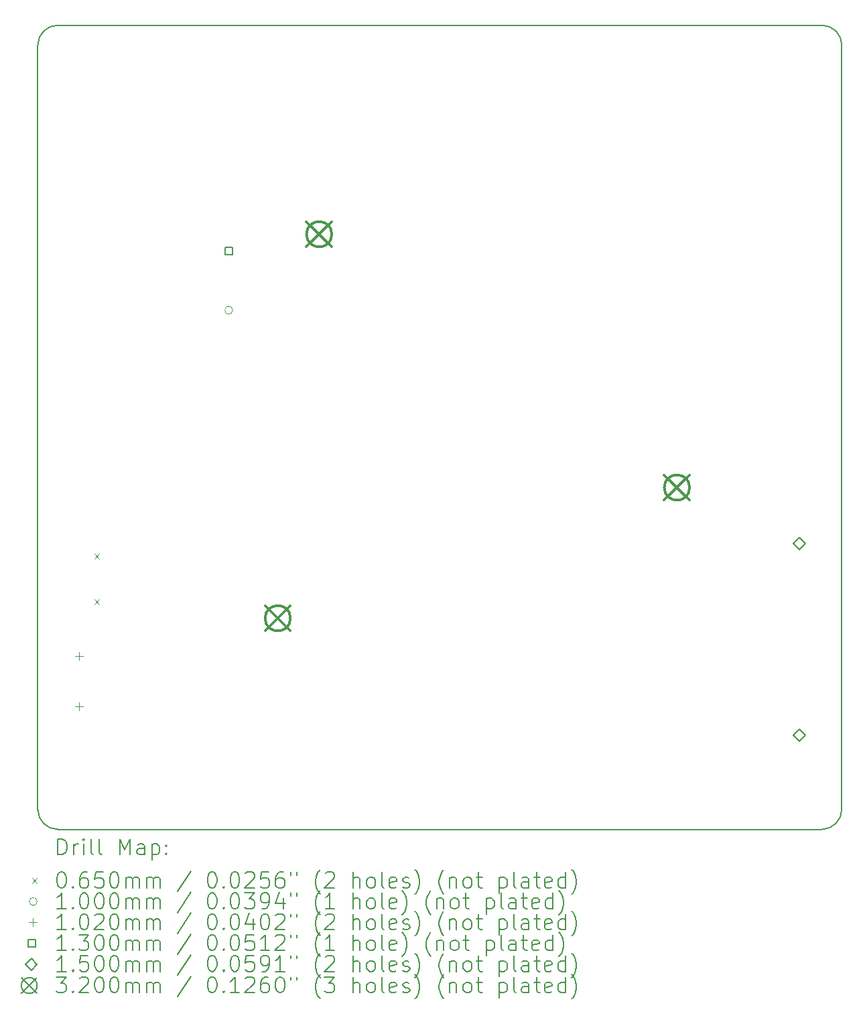
<source format=gbr>
%TF.GenerationSoftware,KiCad,Pcbnew,7.0.9*%
%TF.CreationDate,2023-11-27T13:55:03+01:00*%
%TF.ProjectId,Avionus_Flight_Controller,4176696f-6e75-4735-9f46-6c696768745f,1.0*%
%TF.SameCoordinates,Original*%
%TF.FileFunction,Drillmap*%
%TF.FilePolarity,Positive*%
%FSLAX45Y45*%
G04 Gerber Fmt 4.5, Leading zero omitted, Abs format (unit mm)*
G04 Created by KiCad (PCBNEW 7.0.9) date 2023-11-27 13:55:03*
%MOMM*%
%LPD*%
G01*
G04 APERTURE LIST*
%ADD10C,0.150000*%
%ADD11C,0.200000*%
%ADD12C,0.100000*%
%ADD13C,0.102000*%
%ADD14C,0.130000*%
%ADD15C,0.320000*%
G04 APERTURE END LIST*
D10*
X12446000Y-12700000D02*
X2794000Y-12700000D01*
X12700000Y-2794000D02*
G75*
G03*
X12446000Y-2540000I-254000J0D01*
G01*
X2794000Y-2540000D02*
X12446000Y-2540000D01*
X2794000Y-2540000D02*
G75*
G03*
X2540000Y-2794000I0J-254000D01*
G01*
X2540000Y-12446000D02*
X2540000Y-2794000D01*
X2540000Y-12446000D02*
G75*
G03*
X2794000Y-12700000I254000J0D01*
G01*
X12700000Y-2794000D02*
X12700000Y-12446000D01*
X12446000Y-12700000D02*
G75*
G03*
X12700000Y-12446000I0J254000D01*
G01*
D11*
D12*
X3254697Y-9217260D02*
X3319697Y-9282260D01*
X3319697Y-9217260D02*
X3254697Y-9282260D01*
X3254697Y-9795260D02*
X3319697Y-9860260D01*
X3319697Y-9795260D02*
X3254697Y-9860260D01*
X5003000Y-6140800D02*
G75*
G03*
X5003000Y-6140800I-50000J0D01*
G01*
D13*
X3063240Y-10456980D02*
X3063240Y-10558980D01*
X3012240Y-10507980D02*
X3114240Y-10507980D01*
X3063240Y-11091980D02*
X3063240Y-11193980D01*
X3012240Y-11142980D02*
X3114240Y-11142980D01*
D14*
X4998962Y-5436762D02*
X4998962Y-5344838D01*
X4907038Y-5344838D01*
X4907038Y-5436762D01*
X4998962Y-5436762D01*
D10*
X12164750Y-9165250D02*
X12239750Y-9090250D01*
X12164750Y-9015250D01*
X12089750Y-9090250D01*
X12164750Y-9165250D01*
X12164750Y-11585250D02*
X12239750Y-11510250D01*
X12164750Y-11435250D01*
X12089750Y-11510250D01*
X12164750Y-11585250D01*
D15*
X5412760Y-9873000D02*
X5732760Y-10193000D01*
X5732760Y-9873000D02*
X5412760Y-10193000D01*
X5732760Y-10033000D02*
G75*
G03*
X5732760Y-10033000I-160000J0D01*
G01*
X5936000Y-5021600D02*
X6256000Y-5341600D01*
X6256000Y-5021600D02*
X5936000Y-5341600D01*
X6256000Y-5181600D02*
G75*
G03*
X6256000Y-5181600I-160000J0D01*
G01*
X10457200Y-8222000D02*
X10777200Y-8542000D01*
X10777200Y-8222000D02*
X10457200Y-8542000D01*
X10777200Y-8382000D02*
G75*
G03*
X10777200Y-8382000I-160000J0D01*
G01*
D11*
X2793277Y-13018984D02*
X2793277Y-12818984D01*
X2793277Y-12818984D02*
X2840896Y-12818984D01*
X2840896Y-12818984D02*
X2869467Y-12828508D01*
X2869467Y-12828508D02*
X2888515Y-12847555D01*
X2888515Y-12847555D02*
X2898039Y-12866603D01*
X2898039Y-12866603D02*
X2907562Y-12904698D01*
X2907562Y-12904698D02*
X2907562Y-12933269D01*
X2907562Y-12933269D02*
X2898039Y-12971365D01*
X2898039Y-12971365D02*
X2888515Y-12990412D01*
X2888515Y-12990412D02*
X2869467Y-13009460D01*
X2869467Y-13009460D02*
X2840896Y-13018984D01*
X2840896Y-13018984D02*
X2793277Y-13018984D01*
X2993277Y-13018984D02*
X2993277Y-12885650D01*
X2993277Y-12923746D02*
X3002801Y-12904698D01*
X3002801Y-12904698D02*
X3012324Y-12895174D01*
X3012324Y-12895174D02*
X3031372Y-12885650D01*
X3031372Y-12885650D02*
X3050420Y-12885650D01*
X3117086Y-13018984D02*
X3117086Y-12885650D01*
X3117086Y-12818984D02*
X3107562Y-12828508D01*
X3107562Y-12828508D02*
X3117086Y-12838031D01*
X3117086Y-12838031D02*
X3126610Y-12828508D01*
X3126610Y-12828508D02*
X3117086Y-12818984D01*
X3117086Y-12818984D02*
X3117086Y-12838031D01*
X3240896Y-13018984D02*
X3221848Y-13009460D01*
X3221848Y-13009460D02*
X3212324Y-12990412D01*
X3212324Y-12990412D02*
X3212324Y-12818984D01*
X3345658Y-13018984D02*
X3326610Y-13009460D01*
X3326610Y-13009460D02*
X3317086Y-12990412D01*
X3317086Y-12990412D02*
X3317086Y-12818984D01*
X3574229Y-13018984D02*
X3574229Y-12818984D01*
X3574229Y-12818984D02*
X3640896Y-12961841D01*
X3640896Y-12961841D02*
X3707562Y-12818984D01*
X3707562Y-12818984D02*
X3707562Y-13018984D01*
X3888515Y-13018984D02*
X3888515Y-12914222D01*
X3888515Y-12914222D02*
X3878991Y-12895174D01*
X3878991Y-12895174D02*
X3859943Y-12885650D01*
X3859943Y-12885650D02*
X3821848Y-12885650D01*
X3821848Y-12885650D02*
X3802801Y-12895174D01*
X3888515Y-13009460D02*
X3869467Y-13018984D01*
X3869467Y-13018984D02*
X3821848Y-13018984D01*
X3821848Y-13018984D02*
X3802801Y-13009460D01*
X3802801Y-13009460D02*
X3793277Y-12990412D01*
X3793277Y-12990412D02*
X3793277Y-12971365D01*
X3793277Y-12971365D02*
X3802801Y-12952317D01*
X3802801Y-12952317D02*
X3821848Y-12942793D01*
X3821848Y-12942793D02*
X3869467Y-12942793D01*
X3869467Y-12942793D02*
X3888515Y-12933269D01*
X3983753Y-12885650D02*
X3983753Y-13085650D01*
X3983753Y-12895174D02*
X4002801Y-12885650D01*
X4002801Y-12885650D02*
X4040896Y-12885650D01*
X4040896Y-12885650D02*
X4059943Y-12895174D01*
X4059943Y-12895174D02*
X4069467Y-12904698D01*
X4069467Y-12904698D02*
X4078991Y-12923746D01*
X4078991Y-12923746D02*
X4078991Y-12980888D01*
X4078991Y-12980888D02*
X4069467Y-12999936D01*
X4069467Y-12999936D02*
X4059943Y-13009460D01*
X4059943Y-13009460D02*
X4040896Y-13018984D01*
X4040896Y-13018984D02*
X4002801Y-13018984D01*
X4002801Y-13018984D02*
X3983753Y-13009460D01*
X4164705Y-12999936D02*
X4174229Y-13009460D01*
X4174229Y-13009460D02*
X4164705Y-13018984D01*
X4164705Y-13018984D02*
X4155182Y-13009460D01*
X4155182Y-13009460D02*
X4164705Y-12999936D01*
X4164705Y-12999936D02*
X4164705Y-13018984D01*
X4164705Y-12895174D02*
X4174229Y-12904698D01*
X4174229Y-12904698D02*
X4164705Y-12914222D01*
X4164705Y-12914222D02*
X4155182Y-12904698D01*
X4155182Y-12904698D02*
X4164705Y-12895174D01*
X4164705Y-12895174D02*
X4164705Y-12914222D01*
D12*
X2467500Y-13315000D02*
X2532500Y-13380000D01*
X2532500Y-13315000D02*
X2467500Y-13380000D01*
D11*
X2831372Y-13238984D02*
X2850420Y-13238984D01*
X2850420Y-13238984D02*
X2869467Y-13248508D01*
X2869467Y-13248508D02*
X2878991Y-13258031D01*
X2878991Y-13258031D02*
X2888515Y-13277079D01*
X2888515Y-13277079D02*
X2898039Y-13315174D01*
X2898039Y-13315174D02*
X2898039Y-13362793D01*
X2898039Y-13362793D02*
X2888515Y-13400888D01*
X2888515Y-13400888D02*
X2878991Y-13419936D01*
X2878991Y-13419936D02*
X2869467Y-13429460D01*
X2869467Y-13429460D02*
X2850420Y-13438984D01*
X2850420Y-13438984D02*
X2831372Y-13438984D01*
X2831372Y-13438984D02*
X2812324Y-13429460D01*
X2812324Y-13429460D02*
X2802801Y-13419936D01*
X2802801Y-13419936D02*
X2793277Y-13400888D01*
X2793277Y-13400888D02*
X2783753Y-13362793D01*
X2783753Y-13362793D02*
X2783753Y-13315174D01*
X2783753Y-13315174D02*
X2793277Y-13277079D01*
X2793277Y-13277079D02*
X2802801Y-13258031D01*
X2802801Y-13258031D02*
X2812324Y-13248508D01*
X2812324Y-13248508D02*
X2831372Y-13238984D01*
X2983753Y-13419936D02*
X2993277Y-13429460D01*
X2993277Y-13429460D02*
X2983753Y-13438984D01*
X2983753Y-13438984D02*
X2974229Y-13429460D01*
X2974229Y-13429460D02*
X2983753Y-13419936D01*
X2983753Y-13419936D02*
X2983753Y-13438984D01*
X3164705Y-13238984D02*
X3126610Y-13238984D01*
X3126610Y-13238984D02*
X3107562Y-13248508D01*
X3107562Y-13248508D02*
X3098039Y-13258031D01*
X3098039Y-13258031D02*
X3078991Y-13286603D01*
X3078991Y-13286603D02*
X3069467Y-13324698D01*
X3069467Y-13324698D02*
X3069467Y-13400888D01*
X3069467Y-13400888D02*
X3078991Y-13419936D01*
X3078991Y-13419936D02*
X3088515Y-13429460D01*
X3088515Y-13429460D02*
X3107562Y-13438984D01*
X3107562Y-13438984D02*
X3145658Y-13438984D01*
X3145658Y-13438984D02*
X3164705Y-13429460D01*
X3164705Y-13429460D02*
X3174229Y-13419936D01*
X3174229Y-13419936D02*
X3183753Y-13400888D01*
X3183753Y-13400888D02*
X3183753Y-13353269D01*
X3183753Y-13353269D02*
X3174229Y-13334222D01*
X3174229Y-13334222D02*
X3164705Y-13324698D01*
X3164705Y-13324698D02*
X3145658Y-13315174D01*
X3145658Y-13315174D02*
X3107562Y-13315174D01*
X3107562Y-13315174D02*
X3088515Y-13324698D01*
X3088515Y-13324698D02*
X3078991Y-13334222D01*
X3078991Y-13334222D02*
X3069467Y-13353269D01*
X3364705Y-13238984D02*
X3269467Y-13238984D01*
X3269467Y-13238984D02*
X3259943Y-13334222D01*
X3259943Y-13334222D02*
X3269467Y-13324698D01*
X3269467Y-13324698D02*
X3288515Y-13315174D01*
X3288515Y-13315174D02*
X3336134Y-13315174D01*
X3336134Y-13315174D02*
X3355182Y-13324698D01*
X3355182Y-13324698D02*
X3364705Y-13334222D01*
X3364705Y-13334222D02*
X3374229Y-13353269D01*
X3374229Y-13353269D02*
X3374229Y-13400888D01*
X3374229Y-13400888D02*
X3364705Y-13419936D01*
X3364705Y-13419936D02*
X3355182Y-13429460D01*
X3355182Y-13429460D02*
X3336134Y-13438984D01*
X3336134Y-13438984D02*
X3288515Y-13438984D01*
X3288515Y-13438984D02*
X3269467Y-13429460D01*
X3269467Y-13429460D02*
X3259943Y-13419936D01*
X3498039Y-13238984D02*
X3517086Y-13238984D01*
X3517086Y-13238984D02*
X3536134Y-13248508D01*
X3536134Y-13248508D02*
X3545658Y-13258031D01*
X3545658Y-13258031D02*
X3555182Y-13277079D01*
X3555182Y-13277079D02*
X3564705Y-13315174D01*
X3564705Y-13315174D02*
X3564705Y-13362793D01*
X3564705Y-13362793D02*
X3555182Y-13400888D01*
X3555182Y-13400888D02*
X3545658Y-13419936D01*
X3545658Y-13419936D02*
X3536134Y-13429460D01*
X3536134Y-13429460D02*
X3517086Y-13438984D01*
X3517086Y-13438984D02*
X3498039Y-13438984D01*
X3498039Y-13438984D02*
X3478991Y-13429460D01*
X3478991Y-13429460D02*
X3469467Y-13419936D01*
X3469467Y-13419936D02*
X3459943Y-13400888D01*
X3459943Y-13400888D02*
X3450420Y-13362793D01*
X3450420Y-13362793D02*
X3450420Y-13315174D01*
X3450420Y-13315174D02*
X3459943Y-13277079D01*
X3459943Y-13277079D02*
X3469467Y-13258031D01*
X3469467Y-13258031D02*
X3478991Y-13248508D01*
X3478991Y-13248508D02*
X3498039Y-13238984D01*
X3650420Y-13438984D02*
X3650420Y-13305650D01*
X3650420Y-13324698D02*
X3659943Y-13315174D01*
X3659943Y-13315174D02*
X3678991Y-13305650D01*
X3678991Y-13305650D02*
X3707563Y-13305650D01*
X3707563Y-13305650D02*
X3726610Y-13315174D01*
X3726610Y-13315174D02*
X3736134Y-13334222D01*
X3736134Y-13334222D02*
X3736134Y-13438984D01*
X3736134Y-13334222D02*
X3745658Y-13315174D01*
X3745658Y-13315174D02*
X3764705Y-13305650D01*
X3764705Y-13305650D02*
X3793277Y-13305650D01*
X3793277Y-13305650D02*
X3812324Y-13315174D01*
X3812324Y-13315174D02*
X3821848Y-13334222D01*
X3821848Y-13334222D02*
X3821848Y-13438984D01*
X3917086Y-13438984D02*
X3917086Y-13305650D01*
X3917086Y-13324698D02*
X3926610Y-13315174D01*
X3926610Y-13315174D02*
X3945658Y-13305650D01*
X3945658Y-13305650D02*
X3974229Y-13305650D01*
X3974229Y-13305650D02*
X3993277Y-13315174D01*
X3993277Y-13315174D02*
X4002801Y-13334222D01*
X4002801Y-13334222D02*
X4002801Y-13438984D01*
X4002801Y-13334222D02*
X4012324Y-13315174D01*
X4012324Y-13315174D02*
X4031372Y-13305650D01*
X4031372Y-13305650D02*
X4059943Y-13305650D01*
X4059943Y-13305650D02*
X4078991Y-13315174D01*
X4078991Y-13315174D02*
X4088515Y-13334222D01*
X4088515Y-13334222D02*
X4088515Y-13438984D01*
X4478991Y-13229460D02*
X4307563Y-13486603D01*
X4736134Y-13238984D02*
X4755182Y-13238984D01*
X4755182Y-13238984D02*
X4774229Y-13248508D01*
X4774229Y-13248508D02*
X4783753Y-13258031D01*
X4783753Y-13258031D02*
X4793277Y-13277079D01*
X4793277Y-13277079D02*
X4802801Y-13315174D01*
X4802801Y-13315174D02*
X4802801Y-13362793D01*
X4802801Y-13362793D02*
X4793277Y-13400888D01*
X4793277Y-13400888D02*
X4783753Y-13419936D01*
X4783753Y-13419936D02*
X4774229Y-13429460D01*
X4774229Y-13429460D02*
X4755182Y-13438984D01*
X4755182Y-13438984D02*
X4736134Y-13438984D01*
X4736134Y-13438984D02*
X4717087Y-13429460D01*
X4717087Y-13429460D02*
X4707563Y-13419936D01*
X4707563Y-13419936D02*
X4698039Y-13400888D01*
X4698039Y-13400888D02*
X4688515Y-13362793D01*
X4688515Y-13362793D02*
X4688515Y-13315174D01*
X4688515Y-13315174D02*
X4698039Y-13277079D01*
X4698039Y-13277079D02*
X4707563Y-13258031D01*
X4707563Y-13258031D02*
X4717087Y-13248508D01*
X4717087Y-13248508D02*
X4736134Y-13238984D01*
X4888515Y-13419936D02*
X4898039Y-13429460D01*
X4898039Y-13429460D02*
X4888515Y-13438984D01*
X4888515Y-13438984D02*
X4878991Y-13429460D01*
X4878991Y-13429460D02*
X4888515Y-13419936D01*
X4888515Y-13419936D02*
X4888515Y-13438984D01*
X5021848Y-13238984D02*
X5040896Y-13238984D01*
X5040896Y-13238984D02*
X5059944Y-13248508D01*
X5059944Y-13248508D02*
X5069468Y-13258031D01*
X5069468Y-13258031D02*
X5078991Y-13277079D01*
X5078991Y-13277079D02*
X5088515Y-13315174D01*
X5088515Y-13315174D02*
X5088515Y-13362793D01*
X5088515Y-13362793D02*
X5078991Y-13400888D01*
X5078991Y-13400888D02*
X5069468Y-13419936D01*
X5069468Y-13419936D02*
X5059944Y-13429460D01*
X5059944Y-13429460D02*
X5040896Y-13438984D01*
X5040896Y-13438984D02*
X5021848Y-13438984D01*
X5021848Y-13438984D02*
X5002801Y-13429460D01*
X5002801Y-13429460D02*
X4993277Y-13419936D01*
X4993277Y-13419936D02*
X4983753Y-13400888D01*
X4983753Y-13400888D02*
X4974229Y-13362793D01*
X4974229Y-13362793D02*
X4974229Y-13315174D01*
X4974229Y-13315174D02*
X4983753Y-13277079D01*
X4983753Y-13277079D02*
X4993277Y-13258031D01*
X4993277Y-13258031D02*
X5002801Y-13248508D01*
X5002801Y-13248508D02*
X5021848Y-13238984D01*
X5164706Y-13258031D02*
X5174229Y-13248508D01*
X5174229Y-13248508D02*
X5193277Y-13238984D01*
X5193277Y-13238984D02*
X5240896Y-13238984D01*
X5240896Y-13238984D02*
X5259944Y-13248508D01*
X5259944Y-13248508D02*
X5269468Y-13258031D01*
X5269468Y-13258031D02*
X5278991Y-13277079D01*
X5278991Y-13277079D02*
X5278991Y-13296127D01*
X5278991Y-13296127D02*
X5269468Y-13324698D01*
X5269468Y-13324698D02*
X5155182Y-13438984D01*
X5155182Y-13438984D02*
X5278991Y-13438984D01*
X5459944Y-13238984D02*
X5364706Y-13238984D01*
X5364706Y-13238984D02*
X5355182Y-13334222D01*
X5355182Y-13334222D02*
X5364706Y-13324698D01*
X5364706Y-13324698D02*
X5383753Y-13315174D01*
X5383753Y-13315174D02*
X5431372Y-13315174D01*
X5431372Y-13315174D02*
X5450420Y-13324698D01*
X5450420Y-13324698D02*
X5459944Y-13334222D01*
X5459944Y-13334222D02*
X5469468Y-13353269D01*
X5469468Y-13353269D02*
X5469468Y-13400888D01*
X5469468Y-13400888D02*
X5459944Y-13419936D01*
X5459944Y-13419936D02*
X5450420Y-13429460D01*
X5450420Y-13429460D02*
X5431372Y-13438984D01*
X5431372Y-13438984D02*
X5383753Y-13438984D01*
X5383753Y-13438984D02*
X5364706Y-13429460D01*
X5364706Y-13429460D02*
X5355182Y-13419936D01*
X5640896Y-13238984D02*
X5602801Y-13238984D01*
X5602801Y-13238984D02*
X5583753Y-13248508D01*
X5583753Y-13248508D02*
X5574229Y-13258031D01*
X5574229Y-13258031D02*
X5555182Y-13286603D01*
X5555182Y-13286603D02*
X5545658Y-13324698D01*
X5545658Y-13324698D02*
X5545658Y-13400888D01*
X5545658Y-13400888D02*
X5555182Y-13419936D01*
X5555182Y-13419936D02*
X5564706Y-13429460D01*
X5564706Y-13429460D02*
X5583753Y-13438984D01*
X5583753Y-13438984D02*
X5621848Y-13438984D01*
X5621848Y-13438984D02*
X5640896Y-13429460D01*
X5640896Y-13429460D02*
X5650420Y-13419936D01*
X5650420Y-13419936D02*
X5659944Y-13400888D01*
X5659944Y-13400888D02*
X5659944Y-13353269D01*
X5659944Y-13353269D02*
X5650420Y-13334222D01*
X5650420Y-13334222D02*
X5640896Y-13324698D01*
X5640896Y-13324698D02*
X5621848Y-13315174D01*
X5621848Y-13315174D02*
X5583753Y-13315174D01*
X5583753Y-13315174D02*
X5564706Y-13324698D01*
X5564706Y-13324698D02*
X5555182Y-13334222D01*
X5555182Y-13334222D02*
X5545658Y-13353269D01*
X5736134Y-13238984D02*
X5736134Y-13277079D01*
X5812325Y-13238984D02*
X5812325Y-13277079D01*
X6107563Y-13515174D02*
X6098039Y-13505650D01*
X6098039Y-13505650D02*
X6078991Y-13477079D01*
X6078991Y-13477079D02*
X6069468Y-13458031D01*
X6069468Y-13458031D02*
X6059944Y-13429460D01*
X6059944Y-13429460D02*
X6050420Y-13381841D01*
X6050420Y-13381841D02*
X6050420Y-13343746D01*
X6050420Y-13343746D02*
X6059944Y-13296127D01*
X6059944Y-13296127D02*
X6069468Y-13267555D01*
X6069468Y-13267555D02*
X6078991Y-13248508D01*
X6078991Y-13248508D02*
X6098039Y-13219936D01*
X6098039Y-13219936D02*
X6107563Y-13210412D01*
X6174229Y-13258031D02*
X6183753Y-13248508D01*
X6183753Y-13248508D02*
X6202801Y-13238984D01*
X6202801Y-13238984D02*
X6250420Y-13238984D01*
X6250420Y-13238984D02*
X6269468Y-13248508D01*
X6269468Y-13248508D02*
X6278991Y-13258031D01*
X6278991Y-13258031D02*
X6288515Y-13277079D01*
X6288515Y-13277079D02*
X6288515Y-13296127D01*
X6288515Y-13296127D02*
X6278991Y-13324698D01*
X6278991Y-13324698D02*
X6164706Y-13438984D01*
X6164706Y-13438984D02*
X6288515Y-13438984D01*
X6526610Y-13438984D02*
X6526610Y-13238984D01*
X6612325Y-13438984D02*
X6612325Y-13334222D01*
X6612325Y-13334222D02*
X6602801Y-13315174D01*
X6602801Y-13315174D02*
X6583753Y-13305650D01*
X6583753Y-13305650D02*
X6555182Y-13305650D01*
X6555182Y-13305650D02*
X6536134Y-13315174D01*
X6536134Y-13315174D02*
X6526610Y-13324698D01*
X6736134Y-13438984D02*
X6717087Y-13429460D01*
X6717087Y-13429460D02*
X6707563Y-13419936D01*
X6707563Y-13419936D02*
X6698039Y-13400888D01*
X6698039Y-13400888D02*
X6698039Y-13343746D01*
X6698039Y-13343746D02*
X6707563Y-13324698D01*
X6707563Y-13324698D02*
X6717087Y-13315174D01*
X6717087Y-13315174D02*
X6736134Y-13305650D01*
X6736134Y-13305650D02*
X6764706Y-13305650D01*
X6764706Y-13305650D02*
X6783753Y-13315174D01*
X6783753Y-13315174D02*
X6793277Y-13324698D01*
X6793277Y-13324698D02*
X6802801Y-13343746D01*
X6802801Y-13343746D02*
X6802801Y-13400888D01*
X6802801Y-13400888D02*
X6793277Y-13419936D01*
X6793277Y-13419936D02*
X6783753Y-13429460D01*
X6783753Y-13429460D02*
X6764706Y-13438984D01*
X6764706Y-13438984D02*
X6736134Y-13438984D01*
X6917087Y-13438984D02*
X6898039Y-13429460D01*
X6898039Y-13429460D02*
X6888515Y-13410412D01*
X6888515Y-13410412D02*
X6888515Y-13238984D01*
X7069468Y-13429460D02*
X7050420Y-13438984D01*
X7050420Y-13438984D02*
X7012325Y-13438984D01*
X7012325Y-13438984D02*
X6993277Y-13429460D01*
X6993277Y-13429460D02*
X6983753Y-13410412D01*
X6983753Y-13410412D02*
X6983753Y-13334222D01*
X6983753Y-13334222D02*
X6993277Y-13315174D01*
X6993277Y-13315174D02*
X7012325Y-13305650D01*
X7012325Y-13305650D02*
X7050420Y-13305650D01*
X7050420Y-13305650D02*
X7069468Y-13315174D01*
X7069468Y-13315174D02*
X7078991Y-13334222D01*
X7078991Y-13334222D02*
X7078991Y-13353269D01*
X7078991Y-13353269D02*
X6983753Y-13372317D01*
X7155182Y-13429460D02*
X7174230Y-13438984D01*
X7174230Y-13438984D02*
X7212325Y-13438984D01*
X7212325Y-13438984D02*
X7231372Y-13429460D01*
X7231372Y-13429460D02*
X7240896Y-13410412D01*
X7240896Y-13410412D02*
X7240896Y-13400888D01*
X7240896Y-13400888D02*
X7231372Y-13381841D01*
X7231372Y-13381841D02*
X7212325Y-13372317D01*
X7212325Y-13372317D02*
X7183753Y-13372317D01*
X7183753Y-13372317D02*
X7164706Y-13362793D01*
X7164706Y-13362793D02*
X7155182Y-13343746D01*
X7155182Y-13343746D02*
X7155182Y-13334222D01*
X7155182Y-13334222D02*
X7164706Y-13315174D01*
X7164706Y-13315174D02*
X7183753Y-13305650D01*
X7183753Y-13305650D02*
X7212325Y-13305650D01*
X7212325Y-13305650D02*
X7231372Y-13315174D01*
X7307563Y-13515174D02*
X7317087Y-13505650D01*
X7317087Y-13505650D02*
X7336134Y-13477079D01*
X7336134Y-13477079D02*
X7345658Y-13458031D01*
X7345658Y-13458031D02*
X7355182Y-13429460D01*
X7355182Y-13429460D02*
X7364706Y-13381841D01*
X7364706Y-13381841D02*
X7364706Y-13343746D01*
X7364706Y-13343746D02*
X7355182Y-13296127D01*
X7355182Y-13296127D02*
X7345658Y-13267555D01*
X7345658Y-13267555D02*
X7336134Y-13248508D01*
X7336134Y-13248508D02*
X7317087Y-13219936D01*
X7317087Y-13219936D02*
X7307563Y-13210412D01*
X7669468Y-13515174D02*
X7659944Y-13505650D01*
X7659944Y-13505650D02*
X7640896Y-13477079D01*
X7640896Y-13477079D02*
X7631372Y-13458031D01*
X7631372Y-13458031D02*
X7621849Y-13429460D01*
X7621849Y-13429460D02*
X7612325Y-13381841D01*
X7612325Y-13381841D02*
X7612325Y-13343746D01*
X7612325Y-13343746D02*
X7621849Y-13296127D01*
X7621849Y-13296127D02*
X7631372Y-13267555D01*
X7631372Y-13267555D02*
X7640896Y-13248508D01*
X7640896Y-13248508D02*
X7659944Y-13219936D01*
X7659944Y-13219936D02*
X7669468Y-13210412D01*
X7745658Y-13305650D02*
X7745658Y-13438984D01*
X7745658Y-13324698D02*
X7755182Y-13315174D01*
X7755182Y-13315174D02*
X7774230Y-13305650D01*
X7774230Y-13305650D02*
X7802801Y-13305650D01*
X7802801Y-13305650D02*
X7821849Y-13315174D01*
X7821849Y-13315174D02*
X7831372Y-13334222D01*
X7831372Y-13334222D02*
X7831372Y-13438984D01*
X7955182Y-13438984D02*
X7936134Y-13429460D01*
X7936134Y-13429460D02*
X7926611Y-13419936D01*
X7926611Y-13419936D02*
X7917087Y-13400888D01*
X7917087Y-13400888D02*
X7917087Y-13343746D01*
X7917087Y-13343746D02*
X7926611Y-13324698D01*
X7926611Y-13324698D02*
X7936134Y-13315174D01*
X7936134Y-13315174D02*
X7955182Y-13305650D01*
X7955182Y-13305650D02*
X7983753Y-13305650D01*
X7983753Y-13305650D02*
X8002801Y-13315174D01*
X8002801Y-13315174D02*
X8012325Y-13324698D01*
X8012325Y-13324698D02*
X8021849Y-13343746D01*
X8021849Y-13343746D02*
X8021849Y-13400888D01*
X8021849Y-13400888D02*
X8012325Y-13419936D01*
X8012325Y-13419936D02*
X8002801Y-13429460D01*
X8002801Y-13429460D02*
X7983753Y-13438984D01*
X7983753Y-13438984D02*
X7955182Y-13438984D01*
X8078992Y-13305650D02*
X8155182Y-13305650D01*
X8107563Y-13238984D02*
X8107563Y-13410412D01*
X8107563Y-13410412D02*
X8117087Y-13429460D01*
X8117087Y-13429460D02*
X8136134Y-13438984D01*
X8136134Y-13438984D02*
X8155182Y-13438984D01*
X8374230Y-13305650D02*
X8374230Y-13505650D01*
X8374230Y-13315174D02*
X8393277Y-13305650D01*
X8393277Y-13305650D02*
X8431373Y-13305650D01*
X8431373Y-13305650D02*
X8450420Y-13315174D01*
X8450420Y-13315174D02*
X8459944Y-13324698D01*
X8459944Y-13324698D02*
X8469468Y-13343746D01*
X8469468Y-13343746D02*
X8469468Y-13400888D01*
X8469468Y-13400888D02*
X8459944Y-13419936D01*
X8459944Y-13419936D02*
X8450420Y-13429460D01*
X8450420Y-13429460D02*
X8431373Y-13438984D01*
X8431373Y-13438984D02*
X8393277Y-13438984D01*
X8393277Y-13438984D02*
X8374230Y-13429460D01*
X8583754Y-13438984D02*
X8564706Y-13429460D01*
X8564706Y-13429460D02*
X8555182Y-13410412D01*
X8555182Y-13410412D02*
X8555182Y-13238984D01*
X8745658Y-13438984D02*
X8745658Y-13334222D01*
X8745658Y-13334222D02*
X8736135Y-13315174D01*
X8736135Y-13315174D02*
X8717087Y-13305650D01*
X8717087Y-13305650D02*
X8678992Y-13305650D01*
X8678992Y-13305650D02*
X8659944Y-13315174D01*
X8745658Y-13429460D02*
X8726611Y-13438984D01*
X8726611Y-13438984D02*
X8678992Y-13438984D01*
X8678992Y-13438984D02*
X8659944Y-13429460D01*
X8659944Y-13429460D02*
X8650420Y-13410412D01*
X8650420Y-13410412D02*
X8650420Y-13391365D01*
X8650420Y-13391365D02*
X8659944Y-13372317D01*
X8659944Y-13372317D02*
X8678992Y-13362793D01*
X8678992Y-13362793D02*
X8726611Y-13362793D01*
X8726611Y-13362793D02*
X8745658Y-13353269D01*
X8812325Y-13305650D02*
X8888515Y-13305650D01*
X8840896Y-13238984D02*
X8840896Y-13410412D01*
X8840896Y-13410412D02*
X8850420Y-13429460D01*
X8850420Y-13429460D02*
X8869468Y-13438984D01*
X8869468Y-13438984D02*
X8888515Y-13438984D01*
X9031373Y-13429460D02*
X9012325Y-13438984D01*
X9012325Y-13438984D02*
X8974230Y-13438984D01*
X8974230Y-13438984D02*
X8955182Y-13429460D01*
X8955182Y-13429460D02*
X8945658Y-13410412D01*
X8945658Y-13410412D02*
X8945658Y-13334222D01*
X8945658Y-13334222D02*
X8955182Y-13315174D01*
X8955182Y-13315174D02*
X8974230Y-13305650D01*
X8974230Y-13305650D02*
X9012325Y-13305650D01*
X9012325Y-13305650D02*
X9031373Y-13315174D01*
X9031373Y-13315174D02*
X9040896Y-13334222D01*
X9040896Y-13334222D02*
X9040896Y-13353269D01*
X9040896Y-13353269D02*
X8945658Y-13372317D01*
X9212325Y-13438984D02*
X9212325Y-13238984D01*
X9212325Y-13429460D02*
X9193277Y-13438984D01*
X9193277Y-13438984D02*
X9155182Y-13438984D01*
X9155182Y-13438984D02*
X9136135Y-13429460D01*
X9136135Y-13429460D02*
X9126611Y-13419936D01*
X9126611Y-13419936D02*
X9117087Y-13400888D01*
X9117087Y-13400888D02*
X9117087Y-13343746D01*
X9117087Y-13343746D02*
X9126611Y-13324698D01*
X9126611Y-13324698D02*
X9136135Y-13315174D01*
X9136135Y-13315174D02*
X9155182Y-13305650D01*
X9155182Y-13305650D02*
X9193277Y-13305650D01*
X9193277Y-13305650D02*
X9212325Y-13315174D01*
X9288516Y-13515174D02*
X9298039Y-13505650D01*
X9298039Y-13505650D02*
X9317087Y-13477079D01*
X9317087Y-13477079D02*
X9326611Y-13458031D01*
X9326611Y-13458031D02*
X9336135Y-13429460D01*
X9336135Y-13429460D02*
X9345658Y-13381841D01*
X9345658Y-13381841D02*
X9345658Y-13343746D01*
X9345658Y-13343746D02*
X9336135Y-13296127D01*
X9336135Y-13296127D02*
X9326611Y-13267555D01*
X9326611Y-13267555D02*
X9317087Y-13248508D01*
X9317087Y-13248508D02*
X9298039Y-13219936D01*
X9298039Y-13219936D02*
X9288516Y-13210412D01*
D12*
X2532500Y-13611500D02*
G75*
G03*
X2532500Y-13611500I-50000J0D01*
G01*
D11*
X2898039Y-13702984D02*
X2783753Y-13702984D01*
X2840896Y-13702984D02*
X2840896Y-13502984D01*
X2840896Y-13502984D02*
X2821848Y-13531555D01*
X2821848Y-13531555D02*
X2802801Y-13550603D01*
X2802801Y-13550603D02*
X2783753Y-13560127D01*
X2983753Y-13683936D02*
X2993277Y-13693460D01*
X2993277Y-13693460D02*
X2983753Y-13702984D01*
X2983753Y-13702984D02*
X2974229Y-13693460D01*
X2974229Y-13693460D02*
X2983753Y-13683936D01*
X2983753Y-13683936D02*
X2983753Y-13702984D01*
X3117086Y-13502984D02*
X3136134Y-13502984D01*
X3136134Y-13502984D02*
X3155182Y-13512508D01*
X3155182Y-13512508D02*
X3164705Y-13522031D01*
X3164705Y-13522031D02*
X3174229Y-13541079D01*
X3174229Y-13541079D02*
X3183753Y-13579174D01*
X3183753Y-13579174D02*
X3183753Y-13626793D01*
X3183753Y-13626793D02*
X3174229Y-13664888D01*
X3174229Y-13664888D02*
X3164705Y-13683936D01*
X3164705Y-13683936D02*
X3155182Y-13693460D01*
X3155182Y-13693460D02*
X3136134Y-13702984D01*
X3136134Y-13702984D02*
X3117086Y-13702984D01*
X3117086Y-13702984D02*
X3098039Y-13693460D01*
X3098039Y-13693460D02*
X3088515Y-13683936D01*
X3088515Y-13683936D02*
X3078991Y-13664888D01*
X3078991Y-13664888D02*
X3069467Y-13626793D01*
X3069467Y-13626793D02*
X3069467Y-13579174D01*
X3069467Y-13579174D02*
X3078991Y-13541079D01*
X3078991Y-13541079D02*
X3088515Y-13522031D01*
X3088515Y-13522031D02*
X3098039Y-13512508D01*
X3098039Y-13512508D02*
X3117086Y-13502984D01*
X3307562Y-13502984D02*
X3326610Y-13502984D01*
X3326610Y-13502984D02*
X3345658Y-13512508D01*
X3345658Y-13512508D02*
X3355182Y-13522031D01*
X3355182Y-13522031D02*
X3364705Y-13541079D01*
X3364705Y-13541079D02*
X3374229Y-13579174D01*
X3374229Y-13579174D02*
X3374229Y-13626793D01*
X3374229Y-13626793D02*
X3364705Y-13664888D01*
X3364705Y-13664888D02*
X3355182Y-13683936D01*
X3355182Y-13683936D02*
X3345658Y-13693460D01*
X3345658Y-13693460D02*
X3326610Y-13702984D01*
X3326610Y-13702984D02*
X3307562Y-13702984D01*
X3307562Y-13702984D02*
X3288515Y-13693460D01*
X3288515Y-13693460D02*
X3278991Y-13683936D01*
X3278991Y-13683936D02*
X3269467Y-13664888D01*
X3269467Y-13664888D02*
X3259943Y-13626793D01*
X3259943Y-13626793D02*
X3259943Y-13579174D01*
X3259943Y-13579174D02*
X3269467Y-13541079D01*
X3269467Y-13541079D02*
X3278991Y-13522031D01*
X3278991Y-13522031D02*
X3288515Y-13512508D01*
X3288515Y-13512508D02*
X3307562Y-13502984D01*
X3498039Y-13502984D02*
X3517086Y-13502984D01*
X3517086Y-13502984D02*
X3536134Y-13512508D01*
X3536134Y-13512508D02*
X3545658Y-13522031D01*
X3545658Y-13522031D02*
X3555182Y-13541079D01*
X3555182Y-13541079D02*
X3564705Y-13579174D01*
X3564705Y-13579174D02*
X3564705Y-13626793D01*
X3564705Y-13626793D02*
X3555182Y-13664888D01*
X3555182Y-13664888D02*
X3545658Y-13683936D01*
X3545658Y-13683936D02*
X3536134Y-13693460D01*
X3536134Y-13693460D02*
X3517086Y-13702984D01*
X3517086Y-13702984D02*
X3498039Y-13702984D01*
X3498039Y-13702984D02*
X3478991Y-13693460D01*
X3478991Y-13693460D02*
X3469467Y-13683936D01*
X3469467Y-13683936D02*
X3459943Y-13664888D01*
X3459943Y-13664888D02*
X3450420Y-13626793D01*
X3450420Y-13626793D02*
X3450420Y-13579174D01*
X3450420Y-13579174D02*
X3459943Y-13541079D01*
X3459943Y-13541079D02*
X3469467Y-13522031D01*
X3469467Y-13522031D02*
X3478991Y-13512508D01*
X3478991Y-13512508D02*
X3498039Y-13502984D01*
X3650420Y-13702984D02*
X3650420Y-13569650D01*
X3650420Y-13588698D02*
X3659943Y-13579174D01*
X3659943Y-13579174D02*
X3678991Y-13569650D01*
X3678991Y-13569650D02*
X3707563Y-13569650D01*
X3707563Y-13569650D02*
X3726610Y-13579174D01*
X3726610Y-13579174D02*
X3736134Y-13598222D01*
X3736134Y-13598222D02*
X3736134Y-13702984D01*
X3736134Y-13598222D02*
X3745658Y-13579174D01*
X3745658Y-13579174D02*
X3764705Y-13569650D01*
X3764705Y-13569650D02*
X3793277Y-13569650D01*
X3793277Y-13569650D02*
X3812324Y-13579174D01*
X3812324Y-13579174D02*
X3821848Y-13598222D01*
X3821848Y-13598222D02*
X3821848Y-13702984D01*
X3917086Y-13702984D02*
X3917086Y-13569650D01*
X3917086Y-13588698D02*
X3926610Y-13579174D01*
X3926610Y-13579174D02*
X3945658Y-13569650D01*
X3945658Y-13569650D02*
X3974229Y-13569650D01*
X3974229Y-13569650D02*
X3993277Y-13579174D01*
X3993277Y-13579174D02*
X4002801Y-13598222D01*
X4002801Y-13598222D02*
X4002801Y-13702984D01*
X4002801Y-13598222D02*
X4012324Y-13579174D01*
X4012324Y-13579174D02*
X4031372Y-13569650D01*
X4031372Y-13569650D02*
X4059943Y-13569650D01*
X4059943Y-13569650D02*
X4078991Y-13579174D01*
X4078991Y-13579174D02*
X4088515Y-13598222D01*
X4088515Y-13598222D02*
X4088515Y-13702984D01*
X4478991Y-13493460D02*
X4307563Y-13750603D01*
X4736134Y-13502984D02*
X4755182Y-13502984D01*
X4755182Y-13502984D02*
X4774229Y-13512508D01*
X4774229Y-13512508D02*
X4783753Y-13522031D01*
X4783753Y-13522031D02*
X4793277Y-13541079D01*
X4793277Y-13541079D02*
X4802801Y-13579174D01*
X4802801Y-13579174D02*
X4802801Y-13626793D01*
X4802801Y-13626793D02*
X4793277Y-13664888D01*
X4793277Y-13664888D02*
X4783753Y-13683936D01*
X4783753Y-13683936D02*
X4774229Y-13693460D01*
X4774229Y-13693460D02*
X4755182Y-13702984D01*
X4755182Y-13702984D02*
X4736134Y-13702984D01*
X4736134Y-13702984D02*
X4717087Y-13693460D01*
X4717087Y-13693460D02*
X4707563Y-13683936D01*
X4707563Y-13683936D02*
X4698039Y-13664888D01*
X4698039Y-13664888D02*
X4688515Y-13626793D01*
X4688515Y-13626793D02*
X4688515Y-13579174D01*
X4688515Y-13579174D02*
X4698039Y-13541079D01*
X4698039Y-13541079D02*
X4707563Y-13522031D01*
X4707563Y-13522031D02*
X4717087Y-13512508D01*
X4717087Y-13512508D02*
X4736134Y-13502984D01*
X4888515Y-13683936D02*
X4898039Y-13693460D01*
X4898039Y-13693460D02*
X4888515Y-13702984D01*
X4888515Y-13702984D02*
X4878991Y-13693460D01*
X4878991Y-13693460D02*
X4888515Y-13683936D01*
X4888515Y-13683936D02*
X4888515Y-13702984D01*
X5021848Y-13502984D02*
X5040896Y-13502984D01*
X5040896Y-13502984D02*
X5059944Y-13512508D01*
X5059944Y-13512508D02*
X5069468Y-13522031D01*
X5069468Y-13522031D02*
X5078991Y-13541079D01*
X5078991Y-13541079D02*
X5088515Y-13579174D01*
X5088515Y-13579174D02*
X5088515Y-13626793D01*
X5088515Y-13626793D02*
X5078991Y-13664888D01*
X5078991Y-13664888D02*
X5069468Y-13683936D01*
X5069468Y-13683936D02*
X5059944Y-13693460D01*
X5059944Y-13693460D02*
X5040896Y-13702984D01*
X5040896Y-13702984D02*
X5021848Y-13702984D01*
X5021848Y-13702984D02*
X5002801Y-13693460D01*
X5002801Y-13693460D02*
X4993277Y-13683936D01*
X4993277Y-13683936D02*
X4983753Y-13664888D01*
X4983753Y-13664888D02*
X4974229Y-13626793D01*
X4974229Y-13626793D02*
X4974229Y-13579174D01*
X4974229Y-13579174D02*
X4983753Y-13541079D01*
X4983753Y-13541079D02*
X4993277Y-13522031D01*
X4993277Y-13522031D02*
X5002801Y-13512508D01*
X5002801Y-13512508D02*
X5021848Y-13502984D01*
X5155182Y-13502984D02*
X5278991Y-13502984D01*
X5278991Y-13502984D02*
X5212325Y-13579174D01*
X5212325Y-13579174D02*
X5240896Y-13579174D01*
X5240896Y-13579174D02*
X5259944Y-13588698D01*
X5259944Y-13588698D02*
X5269468Y-13598222D01*
X5269468Y-13598222D02*
X5278991Y-13617269D01*
X5278991Y-13617269D02*
X5278991Y-13664888D01*
X5278991Y-13664888D02*
X5269468Y-13683936D01*
X5269468Y-13683936D02*
X5259944Y-13693460D01*
X5259944Y-13693460D02*
X5240896Y-13702984D01*
X5240896Y-13702984D02*
X5183753Y-13702984D01*
X5183753Y-13702984D02*
X5164706Y-13693460D01*
X5164706Y-13693460D02*
X5155182Y-13683936D01*
X5374229Y-13702984D02*
X5412325Y-13702984D01*
X5412325Y-13702984D02*
X5431372Y-13693460D01*
X5431372Y-13693460D02*
X5440896Y-13683936D01*
X5440896Y-13683936D02*
X5459944Y-13655365D01*
X5459944Y-13655365D02*
X5469468Y-13617269D01*
X5469468Y-13617269D02*
X5469468Y-13541079D01*
X5469468Y-13541079D02*
X5459944Y-13522031D01*
X5459944Y-13522031D02*
X5450420Y-13512508D01*
X5450420Y-13512508D02*
X5431372Y-13502984D01*
X5431372Y-13502984D02*
X5393277Y-13502984D01*
X5393277Y-13502984D02*
X5374229Y-13512508D01*
X5374229Y-13512508D02*
X5364706Y-13522031D01*
X5364706Y-13522031D02*
X5355182Y-13541079D01*
X5355182Y-13541079D02*
X5355182Y-13588698D01*
X5355182Y-13588698D02*
X5364706Y-13607746D01*
X5364706Y-13607746D02*
X5374229Y-13617269D01*
X5374229Y-13617269D02*
X5393277Y-13626793D01*
X5393277Y-13626793D02*
X5431372Y-13626793D01*
X5431372Y-13626793D02*
X5450420Y-13617269D01*
X5450420Y-13617269D02*
X5459944Y-13607746D01*
X5459944Y-13607746D02*
X5469468Y-13588698D01*
X5640896Y-13569650D02*
X5640896Y-13702984D01*
X5593277Y-13493460D02*
X5545658Y-13636317D01*
X5545658Y-13636317D02*
X5669467Y-13636317D01*
X5736134Y-13502984D02*
X5736134Y-13541079D01*
X5812325Y-13502984D02*
X5812325Y-13541079D01*
X6107563Y-13779174D02*
X6098039Y-13769650D01*
X6098039Y-13769650D02*
X6078991Y-13741079D01*
X6078991Y-13741079D02*
X6069468Y-13722031D01*
X6069468Y-13722031D02*
X6059944Y-13693460D01*
X6059944Y-13693460D02*
X6050420Y-13645841D01*
X6050420Y-13645841D02*
X6050420Y-13607746D01*
X6050420Y-13607746D02*
X6059944Y-13560127D01*
X6059944Y-13560127D02*
X6069468Y-13531555D01*
X6069468Y-13531555D02*
X6078991Y-13512508D01*
X6078991Y-13512508D02*
X6098039Y-13483936D01*
X6098039Y-13483936D02*
X6107563Y-13474412D01*
X6288515Y-13702984D02*
X6174229Y-13702984D01*
X6231372Y-13702984D02*
X6231372Y-13502984D01*
X6231372Y-13502984D02*
X6212325Y-13531555D01*
X6212325Y-13531555D02*
X6193277Y-13550603D01*
X6193277Y-13550603D02*
X6174229Y-13560127D01*
X6526610Y-13702984D02*
X6526610Y-13502984D01*
X6612325Y-13702984D02*
X6612325Y-13598222D01*
X6612325Y-13598222D02*
X6602801Y-13579174D01*
X6602801Y-13579174D02*
X6583753Y-13569650D01*
X6583753Y-13569650D02*
X6555182Y-13569650D01*
X6555182Y-13569650D02*
X6536134Y-13579174D01*
X6536134Y-13579174D02*
X6526610Y-13588698D01*
X6736134Y-13702984D02*
X6717087Y-13693460D01*
X6717087Y-13693460D02*
X6707563Y-13683936D01*
X6707563Y-13683936D02*
X6698039Y-13664888D01*
X6698039Y-13664888D02*
X6698039Y-13607746D01*
X6698039Y-13607746D02*
X6707563Y-13588698D01*
X6707563Y-13588698D02*
X6717087Y-13579174D01*
X6717087Y-13579174D02*
X6736134Y-13569650D01*
X6736134Y-13569650D02*
X6764706Y-13569650D01*
X6764706Y-13569650D02*
X6783753Y-13579174D01*
X6783753Y-13579174D02*
X6793277Y-13588698D01*
X6793277Y-13588698D02*
X6802801Y-13607746D01*
X6802801Y-13607746D02*
X6802801Y-13664888D01*
X6802801Y-13664888D02*
X6793277Y-13683936D01*
X6793277Y-13683936D02*
X6783753Y-13693460D01*
X6783753Y-13693460D02*
X6764706Y-13702984D01*
X6764706Y-13702984D02*
X6736134Y-13702984D01*
X6917087Y-13702984D02*
X6898039Y-13693460D01*
X6898039Y-13693460D02*
X6888515Y-13674412D01*
X6888515Y-13674412D02*
X6888515Y-13502984D01*
X7069468Y-13693460D02*
X7050420Y-13702984D01*
X7050420Y-13702984D02*
X7012325Y-13702984D01*
X7012325Y-13702984D02*
X6993277Y-13693460D01*
X6993277Y-13693460D02*
X6983753Y-13674412D01*
X6983753Y-13674412D02*
X6983753Y-13598222D01*
X6983753Y-13598222D02*
X6993277Y-13579174D01*
X6993277Y-13579174D02*
X7012325Y-13569650D01*
X7012325Y-13569650D02*
X7050420Y-13569650D01*
X7050420Y-13569650D02*
X7069468Y-13579174D01*
X7069468Y-13579174D02*
X7078991Y-13598222D01*
X7078991Y-13598222D02*
X7078991Y-13617269D01*
X7078991Y-13617269D02*
X6983753Y-13636317D01*
X7145658Y-13779174D02*
X7155182Y-13769650D01*
X7155182Y-13769650D02*
X7174230Y-13741079D01*
X7174230Y-13741079D02*
X7183753Y-13722031D01*
X7183753Y-13722031D02*
X7193277Y-13693460D01*
X7193277Y-13693460D02*
X7202801Y-13645841D01*
X7202801Y-13645841D02*
X7202801Y-13607746D01*
X7202801Y-13607746D02*
X7193277Y-13560127D01*
X7193277Y-13560127D02*
X7183753Y-13531555D01*
X7183753Y-13531555D02*
X7174230Y-13512508D01*
X7174230Y-13512508D02*
X7155182Y-13483936D01*
X7155182Y-13483936D02*
X7145658Y-13474412D01*
X7507563Y-13779174D02*
X7498039Y-13769650D01*
X7498039Y-13769650D02*
X7478991Y-13741079D01*
X7478991Y-13741079D02*
X7469468Y-13722031D01*
X7469468Y-13722031D02*
X7459944Y-13693460D01*
X7459944Y-13693460D02*
X7450420Y-13645841D01*
X7450420Y-13645841D02*
X7450420Y-13607746D01*
X7450420Y-13607746D02*
X7459944Y-13560127D01*
X7459944Y-13560127D02*
X7469468Y-13531555D01*
X7469468Y-13531555D02*
X7478991Y-13512508D01*
X7478991Y-13512508D02*
X7498039Y-13483936D01*
X7498039Y-13483936D02*
X7507563Y-13474412D01*
X7583753Y-13569650D02*
X7583753Y-13702984D01*
X7583753Y-13588698D02*
X7593277Y-13579174D01*
X7593277Y-13579174D02*
X7612325Y-13569650D01*
X7612325Y-13569650D02*
X7640896Y-13569650D01*
X7640896Y-13569650D02*
X7659944Y-13579174D01*
X7659944Y-13579174D02*
X7669468Y-13598222D01*
X7669468Y-13598222D02*
X7669468Y-13702984D01*
X7793277Y-13702984D02*
X7774230Y-13693460D01*
X7774230Y-13693460D02*
X7764706Y-13683936D01*
X7764706Y-13683936D02*
X7755182Y-13664888D01*
X7755182Y-13664888D02*
X7755182Y-13607746D01*
X7755182Y-13607746D02*
X7764706Y-13588698D01*
X7764706Y-13588698D02*
X7774230Y-13579174D01*
X7774230Y-13579174D02*
X7793277Y-13569650D01*
X7793277Y-13569650D02*
X7821849Y-13569650D01*
X7821849Y-13569650D02*
X7840896Y-13579174D01*
X7840896Y-13579174D02*
X7850420Y-13588698D01*
X7850420Y-13588698D02*
X7859944Y-13607746D01*
X7859944Y-13607746D02*
X7859944Y-13664888D01*
X7859944Y-13664888D02*
X7850420Y-13683936D01*
X7850420Y-13683936D02*
X7840896Y-13693460D01*
X7840896Y-13693460D02*
X7821849Y-13702984D01*
X7821849Y-13702984D02*
X7793277Y-13702984D01*
X7917087Y-13569650D02*
X7993277Y-13569650D01*
X7945658Y-13502984D02*
X7945658Y-13674412D01*
X7945658Y-13674412D02*
X7955182Y-13693460D01*
X7955182Y-13693460D02*
X7974230Y-13702984D01*
X7974230Y-13702984D02*
X7993277Y-13702984D01*
X8212325Y-13569650D02*
X8212325Y-13769650D01*
X8212325Y-13579174D02*
X8231372Y-13569650D01*
X8231372Y-13569650D02*
X8269468Y-13569650D01*
X8269468Y-13569650D02*
X8288515Y-13579174D01*
X8288515Y-13579174D02*
X8298039Y-13588698D01*
X8298039Y-13588698D02*
X8307563Y-13607746D01*
X8307563Y-13607746D02*
X8307563Y-13664888D01*
X8307563Y-13664888D02*
X8298039Y-13683936D01*
X8298039Y-13683936D02*
X8288515Y-13693460D01*
X8288515Y-13693460D02*
X8269468Y-13702984D01*
X8269468Y-13702984D02*
X8231372Y-13702984D01*
X8231372Y-13702984D02*
X8212325Y-13693460D01*
X8421849Y-13702984D02*
X8402801Y-13693460D01*
X8402801Y-13693460D02*
X8393277Y-13674412D01*
X8393277Y-13674412D02*
X8393277Y-13502984D01*
X8583754Y-13702984D02*
X8583754Y-13598222D01*
X8583754Y-13598222D02*
X8574230Y-13579174D01*
X8574230Y-13579174D02*
X8555182Y-13569650D01*
X8555182Y-13569650D02*
X8517087Y-13569650D01*
X8517087Y-13569650D02*
X8498039Y-13579174D01*
X8583754Y-13693460D02*
X8564706Y-13702984D01*
X8564706Y-13702984D02*
X8517087Y-13702984D01*
X8517087Y-13702984D02*
X8498039Y-13693460D01*
X8498039Y-13693460D02*
X8488515Y-13674412D01*
X8488515Y-13674412D02*
X8488515Y-13655365D01*
X8488515Y-13655365D02*
X8498039Y-13636317D01*
X8498039Y-13636317D02*
X8517087Y-13626793D01*
X8517087Y-13626793D02*
X8564706Y-13626793D01*
X8564706Y-13626793D02*
X8583754Y-13617269D01*
X8650420Y-13569650D02*
X8726611Y-13569650D01*
X8678992Y-13502984D02*
X8678992Y-13674412D01*
X8678992Y-13674412D02*
X8688515Y-13693460D01*
X8688515Y-13693460D02*
X8707563Y-13702984D01*
X8707563Y-13702984D02*
X8726611Y-13702984D01*
X8869468Y-13693460D02*
X8850420Y-13702984D01*
X8850420Y-13702984D02*
X8812325Y-13702984D01*
X8812325Y-13702984D02*
X8793277Y-13693460D01*
X8793277Y-13693460D02*
X8783754Y-13674412D01*
X8783754Y-13674412D02*
X8783754Y-13598222D01*
X8783754Y-13598222D02*
X8793277Y-13579174D01*
X8793277Y-13579174D02*
X8812325Y-13569650D01*
X8812325Y-13569650D02*
X8850420Y-13569650D01*
X8850420Y-13569650D02*
X8869468Y-13579174D01*
X8869468Y-13579174D02*
X8878992Y-13598222D01*
X8878992Y-13598222D02*
X8878992Y-13617269D01*
X8878992Y-13617269D02*
X8783754Y-13636317D01*
X9050420Y-13702984D02*
X9050420Y-13502984D01*
X9050420Y-13693460D02*
X9031373Y-13702984D01*
X9031373Y-13702984D02*
X8993277Y-13702984D01*
X8993277Y-13702984D02*
X8974230Y-13693460D01*
X8974230Y-13693460D02*
X8964706Y-13683936D01*
X8964706Y-13683936D02*
X8955182Y-13664888D01*
X8955182Y-13664888D02*
X8955182Y-13607746D01*
X8955182Y-13607746D02*
X8964706Y-13588698D01*
X8964706Y-13588698D02*
X8974230Y-13579174D01*
X8974230Y-13579174D02*
X8993277Y-13569650D01*
X8993277Y-13569650D02*
X9031373Y-13569650D01*
X9031373Y-13569650D02*
X9050420Y-13579174D01*
X9126611Y-13779174D02*
X9136135Y-13769650D01*
X9136135Y-13769650D02*
X9155182Y-13741079D01*
X9155182Y-13741079D02*
X9164706Y-13722031D01*
X9164706Y-13722031D02*
X9174230Y-13693460D01*
X9174230Y-13693460D02*
X9183754Y-13645841D01*
X9183754Y-13645841D02*
X9183754Y-13607746D01*
X9183754Y-13607746D02*
X9174230Y-13560127D01*
X9174230Y-13560127D02*
X9164706Y-13531555D01*
X9164706Y-13531555D02*
X9155182Y-13512508D01*
X9155182Y-13512508D02*
X9136135Y-13483936D01*
X9136135Y-13483936D02*
X9126611Y-13474412D01*
D13*
X2481500Y-13824500D02*
X2481500Y-13926500D01*
X2430500Y-13875500D02*
X2532500Y-13875500D01*
D11*
X2898039Y-13966984D02*
X2783753Y-13966984D01*
X2840896Y-13966984D02*
X2840896Y-13766984D01*
X2840896Y-13766984D02*
X2821848Y-13795555D01*
X2821848Y-13795555D02*
X2802801Y-13814603D01*
X2802801Y-13814603D02*
X2783753Y-13824127D01*
X2983753Y-13947936D02*
X2993277Y-13957460D01*
X2993277Y-13957460D02*
X2983753Y-13966984D01*
X2983753Y-13966984D02*
X2974229Y-13957460D01*
X2974229Y-13957460D02*
X2983753Y-13947936D01*
X2983753Y-13947936D02*
X2983753Y-13966984D01*
X3117086Y-13766984D02*
X3136134Y-13766984D01*
X3136134Y-13766984D02*
X3155182Y-13776508D01*
X3155182Y-13776508D02*
X3164705Y-13786031D01*
X3164705Y-13786031D02*
X3174229Y-13805079D01*
X3174229Y-13805079D02*
X3183753Y-13843174D01*
X3183753Y-13843174D02*
X3183753Y-13890793D01*
X3183753Y-13890793D02*
X3174229Y-13928888D01*
X3174229Y-13928888D02*
X3164705Y-13947936D01*
X3164705Y-13947936D02*
X3155182Y-13957460D01*
X3155182Y-13957460D02*
X3136134Y-13966984D01*
X3136134Y-13966984D02*
X3117086Y-13966984D01*
X3117086Y-13966984D02*
X3098039Y-13957460D01*
X3098039Y-13957460D02*
X3088515Y-13947936D01*
X3088515Y-13947936D02*
X3078991Y-13928888D01*
X3078991Y-13928888D02*
X3069467Y-13890793D01*
X3069467Y-13890793D02*
X3069467Y-13843174D01*
X3069467Y-13843174D02*
X3078991Y-13805079D01*
X3078991Y-13805079D02*
X3088515Y-13786031D01*
X3088515Y-13786031D02*
X3098039Y-13776508D01*
X3098039Y-13776508D02*
X3117086Y-13766984D01*
X3259943Y-13786031D02*
X3269467Y-13776508D01*
X3269467Y-13776508D02*
X3288515Y-13766984D01*
X3288515Y-13766984D02*
X3336134Y-13766984D01*
X3336134Y-13766984D02*
X3355182Y-13776508D01*
X3355182Y-13776508D02*
X3364705Y-13786031D01*
X3364705Y-13786031D02*
X3374229Y-13805079D01*
X3374229Y-13805079D02*
X3374229Y-13824127D01*
X3374229Y-13824127D02*
X3364705Y-13852698D01*
X3364705Y-13852698D02*
X3250420Y-13966984D01*
X3250420Y-13966984D02*
X3374229Y-13966984D01*
X3498039Y-13766984D02*
X3517086Y-13766984D01*
X3517086Y-13766984D02*
X3536134Y-13776508D01*
X3536134Y-13776508D02*
X3545658Y-13786031D01*
X3545658Y-13786031D02*
X3555182Y-13805079D01*
X3555182Y-13805079D02*
X3564705Y-13843174D01*
X3564705Y-13843174D02*
X3564705Y-13890793D01*
X3564705Y-13890793D02*
X3555182Y-13928888D01*
X3555182Y-13928888D02*
X3545658Y-13947936D01*
X3545658Y-13947936D02*
X3536134Y-13957460D01*
X3536134Y-13957460D02*
X3517086Y-13966984D01*
X3517086Y-13966984D02*
X3498039Y-13966984D01*
X3498039Y-13966984D02*
X3478991Y-13957460D01*
X3478991Y-13957460D02*
X3469467Y-13947936D01*
X3469467Y-13947936D02*
X3459943Y-13928888D01*
X3459943Y-13928888D02*
X3450420Y-13890793D01*
X3450420Y-13890793D02*
X3450420Y-13843174D01*
X3450420Y-13843174D02*
X3459943Y-13805079D01*
X3459943Y-13805079D02*
X3469467Y-13786031D01*
X3469467Y-13786031D02*
X3478991Y-13776508D01*
X3478991Y-13776508D02*
X3498039Y-13766984D01*
X3650420Y-13966984D02*
X3650420Y-13833650D01*
X3650420Y-13852698D02*
X3659943Y-13843174D01*
X3659943Y-13843174D02*
X3678991Y-13833650D01*
X3678991Y-13833650D02*
X3707563Y-13833650D01*
X3707563Y-13833650D02*
X3726610Y-13843174D01*
X3726610Y-13843174D02*
X3736134Y-13862222D01*
X3736134Y-13862222D02*
X3736134Y-13966984D01*
X3736134Y-13862222D02*
X3745658Y-13843174D01*
X3745658Y-13843174D02*
X3764705Y-13833650D01*
X3764705Y-13833650D02*
X3793277Y-13833650D01*
X3793277Y-13833650D02*
X3812324Y-13843174D01*
X3812324Y-13843174D02*
X3821848Y-13862222D01*
X3821848Y-13862222D02*
X3821848Y-13966984D01*
X3917086Y-13966984D02*
X3917086Y-13833650D01*
X3917086Y-13852698D02*
X3926610Y-13843174D01*
X3926610Y-13843174D02*
X3945658Y-13833650D01*
X3945658Y-13833650D02*
X3974229Y-13833650D01*
X3974229Y-13833650D02*
X3993277Y-13843174D01*
X3993277Y-13843174D02*
X4002801Y-13862222D01*
X4002801Y-13862222D02*
X4002801Y-13966984D01*
X4002801Y-13862222D02*
X4012324Y-13843174D01*
X4012324Y-13843174D02*
X4031372Y-13833650D01*
X4031372Y-13833650D02*
X4059943Y-13833650D01*
X4059943Y-13833650D02*
X4078991Y-13843174D01*
X4078991Y-13843174D02*
X4088515Y-13862222D01*
X4088515Y-13862222D02*
X4088515Y-13966984D01*
X4478991Y-13757460D02*
X4307563Y-14014603D01*
X4736134Y-13766984D02*
X4755182Y-13766984D01*
X4755182Y-13766984D02*
X4774229Y-13776508D01*
X4774229Y-13776508D02*
X4783753Y-13786031D01*
X4783753Y-13786031D02*
X4793277Y-13805079D01*
X4793277Y-13805079D02*
X4802801Y-13843174D01*
X4802801Y-13843174D02*
X4802801Y-13890793D01*
X4802801Y-13890793D02*
X4793277Y-13928888D01*
X4793277Y-13928888D02*
X4783753Y-13947936D01*
X4783753Y-13947936D02*
X4774229Y-13957460D01*
X4774229Y-13957460D02*
X4755182Y-13966984D01*
X4755182Y-13966984D02*
X4736134Y-13966984D01*
X4736134Y-13966984D02*
X4717087Y-13957460D01*
X4717087Y-13957460D02*
X4707563Y-13947936D01*
X4707563Y-13947936D02*
X4698039Y-13928888D01*
X4698039Y-13928888D02*
X4688515Y-13890793D01*
X4688515Y-13890793D02*
X4688515Y-13843174D01*
X4688515Y-13843174D02*
X4698039Y-13805079D01*
X4698039Y-13805079D02*
X4707563Y-13786031D01*
X4707563Y-13786031D02*
X4717087Y-13776508D01*
X4717087Y-13776508D02*
X4736134Y-13766984D01*
X4888515Y-13947936D02*
X4898039Y-13957460D01*
X4898039Y-13957460D02*
X4888515Y-13966984D01*
X4888515Y-13966984D02*
X4878991Y-13957460D01*
X4878991Y-13957460D02*
X4888515Y-13947936D01*
X4888515Y-13947936D02*
X4888515Y-13966984D01*
X5021848Y-13766984D02*
X5040896Y-13766984D01*
X5040896Y-13766984D02*
X5059944Y-13776508D01*
X5059944Y-13776508D02*
X5069468Y-13786031D01*
X5069468Y-13786031D02*
X5078991Y-13805079D01*
X5078991Y-13805079D02*
X5088515Y-13843174D01*
X5088515Y-13843174D02*
X5088515Y-13890793D01*
X5088515Y-13890793D02*
X5078991Y-13928888D01*
X5078991Y-13928888D02*
X5069468Y-13947936D01*
X5069468Y-13947936D02*
X5059944Y-13957460D01*
X5059944Y-13957460D02*
X5040896Y-13966984D01*
X5040896Y-13966984D02*
X5021848Y-13966984D01*
X5021848Y-13966984D02*
X5002801Y-13957460D01*
X5002801Y-13957460D02*
X4993277Y-13947936D01*
X4993277Y-13947936D02*
X4983753Y-13928888D01*
X4983753Y-13928888D02*
X4974229Y-13890793D01*
X4974229Y-13890793D02*
X4974229Y-13843174D01*
X4974229Y-13843174D02*
X4983753Y-13805079D01*
X4983753Y-13805079D02*
X4993277Y-13786031D01*
X4993277Y-13786031D02*
X5002801Y-13776508D01*
X5002801Y-13776508D02*
X5021848Y-13766984D01*
X5259944Y-13833650D02*
X5259944Y-13966984D01*
X5212325Y-13757460D02*
X5164706Y-13900317D01*
X5164706Y-13900317D02*
X5288515Y-13900317D01*
X5402801Y-13766984D02*
X5421849Y-13766984D01*
X5421849Y-13766984D02*
X5440896Y-13776508D01*
X5440896Y-13776508D02*
X5450420Y-13786031D01*
X5450420Y-13786031D02*
X5459944Y-13805079D01*
X5459944Y-13805079D02*
X5469468Y-13843174D01*
X5469468Y-13843174D02*
X5469468Y-13890793D01*
X5469468Y-13890793D02*
X5459944Y-13928888D01*
X5459944Y-13928888D02*
X5450420Y-13947936D01*
X5450420Y-13947936D02*
X5440896Y-13957460D01*
X5440896Y-13957460D02*
X5421849Y-13966984D01*
X5421849Y-13966984D02*
X5402801Y-13966984D01*
X5402801Y-13966984D02*
X5383753Y-13957460D01*
X5383753Y-13957460D02*
X5374229Y-13947936D01*
X5374229Y-13947936D02*
X5364706Y-13928888D01*
X5364706Y-13928888D02*
X5355182Y-13890793D01*
X5355182Y-13890793D02*
X5355182Y-13843174D01*
X5355182Y-13843174D02*
X5364706Y-13805079D01*
X5364706Y-13805079D02*
X5374229Y-13786031D01*
X5374229Y-13786031D02*
X5383753Y-13776508D01*
X5383753Y-13776508D02*
X5402801Y-13766984D01*
X5545658Y-13786031D02*
X5555182Y-13776508D01*
X5555182Y-13776508D02*
X5574229Y-13766984D01*
X5574229Y-13766984D02*
X5621848Y-13766984D01*
X5621848Y-13766984D02*
X5640896Y-13776508D01*
X5640896Y-13776508D02*
X5650420Y-13786031D01*
X5650420Y-13786031D02*
X5659944Y-13805079D01*
X5659944Y-13805079D02*
X5659944Y-13824127D01*
X5659944Y-13824127D02*
X5650420Y-13852698D01*
X5650420Y-13852698D02*
X5536134Y-13966984D01*
X5536134Y-13966984D02*
X5659944Y-13966984D01*
X5736134Y-13766984D02*
X5736134Y-13805079D01*
X5812325Y-13766984D02*
X5812325Y-13805079D01*
X6107563Y-14043174D02*
X6098039Y-14033650D01*
X6098039Y-14033650D02*
X6078991Y-14005079D01*
X6078991Y-14005079D02*
X6069468Y-13986031D01*
X6069468Y-13986031D02*
X6059944Y-13957460D01*
X6059944Y-13957460D02*
X6050420Y-13909841D01*
X6050420Y-13909841D02*
X6050420Y-13871746D01*
X6050420Y-13871746D02*
X6059944Y-13824127D01*
X6059944Y-13824127D02*
X6069468Y-13795555D01*
X6069468Y-13795555D02*
X6078991Y-13776508D01*
X6078991Y-13776508D02*
X6098039Y-13747936D01*
X6098039Y-13747936D02*
X6107563Y-13738412D01*
X6174229Y-13786031D02*
X6183753Y-13776508D01*
X6183753Y-13776508D02*
X6202801Y-13766984D01*
X6202801Y-13766984D02*
X6250420Y-13766984D01*
X6250420Y-13766984D02*
X6269468Y-13776508D01*
X6269468Y-13776508D02*
X6278991Y-13786031D01*
X6278991Y-13786031D02*
X6288515Y-13805079D01*
X6288515Y-13805079D02*
X6288515Y-13824127D01*
X6288515Y-13824127D02*
X6278991Y-13852698D01*
X6278991Y-13852698D02*
X6164706Y-13966984D01*
X6164706Y-13966984D02*
X6288515Y-13966984D01*
X6526610Y-13966984D02*
X6526610Y-13766984D01*
X6612325Y-13966984D02*
X6612325Y-13862222D01*
X6612325Y-13862222D02*
X6602801Y-13843174D01*
X6602801Y-13843174D02*
X6583753Y-13833650D01*
X6583753Y-13833650D02*
X6555182Y-13833650D01*
X6555182Y-13833650D02*
X6536134Y-13843174D01*
X6536134Y-13843174D02*
X6526610Y-13852698D01*
X6736134Y-13966984D02*
X6717087Y-13957460D01*
X6717087Y-13957460D02*
X6707563Y-13947936D01*
X6707563Y-13947936D02*
X6698039Y-13928888D01*
X6698039Y-13928888D02*
X6698039Y-13871746D01*
X6698039Y-13871746D02*
X6707563Y-13852698D01*
X6707563Y-13852698D02*
X6717087Y-13843174D01*
X6717087Y-13843174D02*
X6736134Y-13833650D01*
X6736134Y-13833650D02*
X6764706Y-13833650D01*
X6764706Y-13833650D02*
X6783753Y-13843174D01*
X6783753Y-13843174D02*
X6793277Y-13852698D01*
X6793277Y-13852698D02*
X6802801Y-13871746D01*
X6802801Y-13871746D02*
X6802801Y-13928888D01*
X6802801Y-13928888D02*
X6793277Y-13947936D01*
X6793277Y-13947936D02*
X6783753Y-13957460D01*
X6783753Y-13957460D02*
X6764706Y-13966984D01*
X6764706Y-13966984D02*
X6736134Y-13966984D01*
X6917087Y-13966984D02*
X6898039Y-13957460D01*
X6898039Y-13957460D02*
X6888515Y-13938412D01*
X6888515Y-13938412D02*
X6888515Y-13766984D01*
X7069468Y-13957460D02*
X7050420Y-13966984D01*
X7050420Y-13966984D02*
X7012325Y-13966984D01*
X7012325Y-13966984D02*
X6993277Y-13957460D01*
X6993277Y-13957460D02*
X6983753Y-13938412D01*
X6983753Y-13938412D02*
X6983753Y-13862222D01*
X6983753Y-13862222D02*
X6993277Y-13843174D01*
X6993277Y-13843174D02*
X7012325Y-13833650D01*
X7012325Y-13833650D02*
X7050420Y-13833650D01*
X7050420Y-13833650D02*
X7069468Y-13843174D01*
X7069468Y-13843174D02*
X7078991Y-13862222D01*
X7078991Y-13862222D02*
X7078991Y-13881269D01*
X7078991Y-13881269D02*
X6983753Y-13900317D01*
X7155182Y-13957460D02*
X7174230Y-13966984D01*
X7174230Y-13966984D02*
X7212325Y-13966984D01*
X7212325Y-13966984D02*
X7231372Y-13957460D01*
X7231372Y-13957460D02*
X7240896Y-13938412D01*
X7240896Y-13938412D02*
X7240896Y-13928888D01*
X7240896Y-13928888D02*
X7231372Y-13909841D01*
X7231372Y-13909841D02*
X7212325Y-13900317D01*
X7212325Y-13900317D02*
X7183753Y-13900317D01*
X7183753Y-13900317D02*
X7164706Y-13890793D01*
X7164706Y-13890793D02*
X7155182Y-13871746D01*
X7155182Y-13871746D02*
X7155182Y-13862222D01*
X7155182Y-13862222D02*
X7164706Y-13843174D01*
X7164706Y-13843174D02*
X7183753Y-13833650D01*
X7183753Y-13833650D02*
X7212325Y-13833650D01*
X7212325Y-13833650D02*
X7231372Y-13843174D01*
X7307563Y-14043174D02*
X7317087Y-14033650D01*
X7317087Y-14033650D02*
X7336134Y-14005079D01*
X7336134Y-14005079D02*
X7345658Y-13986031D01*
X7345658Y-13986031D02*
X7355182Y-13957460D01*
X7355182Y-13957460D02*
X7364706Y-13909841D01*
X7364706Y-13909841D02*
X7364706Y-13871746D01*
X7364706Y-13871746D02*
X7355182Y-13824127D01*
X7355182Y-13824127D02*
X7345658Y-13795555D01*
X7345658Y-13795555D02*
X7336134Y-13776508D01*
X7336134Y-13776508D02*
X7317087Y-13747936D01*
X7317087Y-13747936D02*
X7307563Y-13738412D01*
X7669468Y-14043174D02*
X7659944Y-14033650D01*
X7659944Y-14033650D02*
X7640896Y-14005079D01*
X7640896Y-14005079D02*
X7631372Y-13986031D01*
X7631372Y-13986031D02*
X7621849Y-13957460D01*
X7621849Y-13957460D02*
X7612325Y-13909841D01*
X7612325Y-13909841D02*
X7612325Y-13871746D01*
X7612325Y-13871746D02*
X7621849Y-13824127D01*
X7621849Y-13824127D02*
X7631372Y-13795555D01*
X7631372Y-13795555D02*
X7640896Y-13776508D01*
X7640896Y-13776508D02*
X7659944Y-13747936D01*
X7659944Y-13747936D02*
X7669468Y-13738412D01*
X7745658Y-13833650D02*
X7745658Y-13966984D01*
X7745658Y-13852698D02*
X7755182Y-13843174D01*
X7755182Y-13843174D02*
X7774230Y-13833650D01*
X7774230Y-13833650D02*
X7802801Y-13833650D01*
X7802801Y-13833650D02*
X7821849Y-13843174D01*
X7821849Y-13843174D02*
X7831372Y-13862222D01*
X7831372Y-13862222D02*
X7831372Y-13966984D01*
X7955182Y-13966984D02*
X7936134Y-13957460D01*
X7936134Y-13957460D02*
X7926611Y-13947936D01*
X7926611Y-13947936D02*
X7917087Y-13928888D01*
X7917087Y-13928888D02*
X7917087Y-13871746D01*
X7917087Y-13871746D02*
X7926611Y-13852698D01*
X7926611Y-13852698D02*
X7936134Y-13843174D01*
X7936134Y-13843174D02*
X7955182Y-13833650D01*
X7955182Y-13833650D02*
X7983753Y-13833650D01*
X7983753Y-13833650D02*
X8002801Y-13843174D01*
X8002801Y-13843174D02*
X8012325Y-13852698D01*
X8012325Y-13852698D02*
X8021849Y-13871746D01*
X8021849Y-13871746D02*
X8021849Y-13928888D01*
X8021849Y-13928888D02*
X8012325Y-13947936D01*
X8012325Y-13947936D02*
X8002801Y-13957460D01*
X8002801Y-13957460D02*
X7983753Y-13966984D01*
X7983753Y-13966984D02*
X7955182Y-13966984D01*
X8078992Y-13833650D02*
X8155182Y-13833650D01*
X8107563Y-13766984D02*
X8107563Y-13938412D01*
X8107563Y-13938412D02*
X8117087Y-13957460D01*
X8117087Y-13957460D02*
X8136134Y-13966984D01*
X8136134Y-13966984D02*
X8155182Y-13966984D01*
X8374230Y-13833650D02*
X8374230Y-14033650D01*
X8374230Y-13843174D02*
X8393277Y-13833650D01*
X8393277Y-13833650D02*
X8431373Y-13833650D01*
X8431373Y-13833650D02*
X8450420Y-13843174D01*
X8450420Y-13843174D02*
X8459944Y-13852698D01*
X8459944Y-13852698D02*
X8469468Y-13871746D01*
X8469468Y-13871746D02*
X8469468Y-13928888D01*
X8469468Y-13928888D02*
X8459944Y-13947936D01*
X8459944Y-13947936D02*
X8450420Y-13957460D01*
X8450420Y-13957460D02*
X8431373Y-13966984D01*
X8431373Y-13966984D02*
X8393277Y-13966984D01*
X8393277Y-13966984D02*
X8374230Y-13957460D01*
X8583754Y-13966984D02*
X8564706Y-13957460D01*
X8564706Y-13957460D02*
X8555182Y-13938412D01*
X8555182Y-13938412D02*
X8555182Y-13766984D01*
X8745658Y-13966984D02*
X8745658Y-13862222D01*
X8745658Y-13862222D02*
X8736135Y-13843174D01*
X8736135Y-13843174D02*
X8717087Y-13833650D01*
X8717087Y-13833650D02*
X8678992Y-13833650D01*
X8678992Y-13833650D02*
X8659944Y-13843174D01*
X8745658Y-13957460D02*
X8726611Y-13966984D01*
X8726611Y-13966984D02*
X8678992Y-13966984D01*
X8678992Y-13966984D02*
X8659944Y-13957460D01*
X8659944Y-13957460D02*
X8650420Y-13938412D01*
X8650420Y-13938412D02*
X8650420Y-13919365D01*
X8650420Y-13919365D02*
X8659944Y-13900317D01*
X8659944Y-13900317D02*
X8678992Y-13890793D01*
X8678992Y-13890793D02*
X8726611Y-13890793D01*
X8726611Y-13890793D02*
X8745658Y-13881269D01*
X8812325Y-13833650D02*
X8888515Y-13833650D01*
X8840896Y-13766984D02*
X8840896Y-13938412D01*
X8840896Y-13938412D02*
X8850420Y-13957460D01*
X8850420Y-13957460D02*
X8869468Y-13966984D01*
X8869468Y-13966984D02*
X8888515Y-13966984D01*
X9031373Y-13957460D02*
X9012325Y-13966984D01*
X9012325Y-13966984D02*
X8974230Y-13966984D01*
X8974230Y-13966984D02*
X8955182Y-13957460D01*
X8955182Y-13957460D02*
X8945658Y-13938412D01*
X8945658Y-13938412D02*
X8945658Y-13862222D01*
X8945658Y-13862222D02*
X8955182Y-13843174D01*
X8955182Y-13843174D02*
X8974230Y-13833650D01*
X8974230Y-13833650D02*
X9012325Y-13833650D01*
X9012325Y-13833650D02*
X9031373Y-13843174D01*
X9031373Y-13843174D02*
X9040896Y-13862222D01*
X9040896Y-13862222D02*
X9040896Y-13881269D01*
X9040896Y-13881269D02*
X8945658Y-13900317D01*
X9212325Y-13966984D02*
X9212325Y-13766984D01*
X9212325Y-13957460D02*
X9193277Y-13966984D01*
X9193277Y-13966984D02*
X9155182Y-13966984D01*
X9155182Y-13966984D02*
X9136135Y-13957460D01*
X9136135Y-13957460D02*
X9126611Y-13947936D01*
X9126611Y-13947936D02*
X9117087Y-13928888D01*
X9117087Y-13928888D02*
X9117087Y-13871746D01*
X9117087Y-13871746D02*
X9126611Y-13852698D01*
X9126611Y-13852698D02*
X9136135Y-13843174D01*
X9136135Y-13843174D02*
X9155182Y-13833650D01*
X9155182Y-13833650D02*
X9193277Y-13833650D01*
X9193277Y-13833650D02*
X9212325Y-13843174D01*
X9288516Y-14043174D02*
X9298039Y-14033650D01*
X9298039Y-14033650D02*
X9317087Y-14005079D01*
X9317087Y-14005079D02*
X9326611Y-13986031D01*
X9326611Y-13986031D02*
X9336135Y-13957460D01*
X9336135Y-13957460D02*
X9345658Y-13909841D01*
X9345658Y-13909841D02*
X9345658Y-13871746D01*
X9345658Y-13871746D02*
X9336135Y-13824127D01*
X9336135Y-13824127D02*
X9326611Y-13795555D01*
X9326611Y-13795555D02*
X9317087Y-13776508D01*
X9317087Y-13776508D02*
X9298039Y-13747936D01*
X9298039Y-13747936D02*
X9288516Y-13738412D01*
D14*
X2513462Y-14185462D02*
X2513462Y-14093538D01*
X2421538Y-14093538D01*
X2421538Y-14185462D01*
X2513462Y-14185462D01*
D11*
X2898039Y-14230984D02*
X2783753Y-14230984D01*
X2840896Y-14230984D02*
X2840896Y-14030984D01*
X2840896Y-14030984D02*
X2821848Y-14059555D01*
X2821848Y-14059555D02*
X2802801Y-14078603D01*
X2802801Y-14078603D02*
X2783753Y-14088127D01*
X2983753Y-14211936D02*
X2993277Y-14221460D01*
X2993277Y-14221460D02*
X2983753Y-14230984D01*
X2983753Y-14230984D02*
X2974229Y-14221460D01*
X2974229Y-14221460D02*
X2983753Y-14211936D01*
X2983753Y-14211936D02*
X2983753Y-14230984D01*
X3059943Y-14030984D02*
X3183753Y-14030984D01*
X3183753Y-14030984D02*
X3117086Y-14107174D01*
X3117086Y-14107174D02*
X3145658Y-14107174D01*
X3145658Y-14107174D02*
X3164705Y-14116698D01*
X3164705Y-14116698D02*
X3174229Y-14126222D01*
X3174229Y-14126222D02*
X3183753Y-14145269D01*
X3183753Y-14145269D02*
X3183753Y-14192888D01*
X3183753Y-14192888D02*
X3174229Y-14211936D01*
X3174229Y-14211936D02*
X3164705Y-14221460D01*
X3164705Y-14221460D02*
X3145658Y-14230984D01*
X3145658Y-14230984D02*
X3088515Y-14230984D01*
X3088515Y-14230984D02*
X3069467Y-14221460D01*
X3069467Y-14221460D02*
X3059943Y-14211936D01*
X3307562Y-14030984D02*
X3326610Y-14030984D01*
X3326610Y-14030984D02*
X3345658Y-14040508D01*
X3345658Y-14040508D02*
X3355182Y-14050031D01*
X3355182Y-14050031D02*
X3364705Y-14069079D01*
X3364705Y-14069079D02*
X3374229Y-14107174D01*
X3374229Y-14107174D02*
X3374229Y-14154793D01*
X3374229Y-14154793D02*
X3364705Y-14192888D01*
X3364705Y-14192888D02*
X3355182Y-14211936D01*
X3355182Y-14211936D02*
X3345658Y-14221460D01*
X3345658Y-14221460D02*
X3326610Y-14230984D01*
X3326610Y-14230984D02*
X3307562Y-14230984D01*
X3307562Y-14230984D02*
X3288515Y-14221460D01*
X3288515Y-14221460D02*
X3278991Y-14211936D01*
X3278991Y-14211936D02*
X3269467Y-14192888D01*
X3269467Y-14192888D02*
X3259943Y-14154793D01*
X3259943Y-14154793D02*
X3259943Y-14107174D01*
X3259943Y-14107174D02*
X3269467Y-14069079D01*
X3269467Y-14069079D02*
X3278991Y-14050031D01*
X3278991Y-14050031D02*
X3288515Y-14040508D01*
X3288515Y-14040508D02*
X3307562Y-14030984D01*
X3498039Y-14030984D02*
X3517086Y-14030984D01*
X3517086Y-14030984D02*
X3536134Y-14040508D01*
X3536134Y-14040508D02*
X3545658Y-14050031D01*
X3545658Y-14050031D02*
X3555182Y-14069079D01*
X3555182Y-14069079D02*
X3564705Y-14107174D01*
X3564705Y-14107174D02*
X3564705Y-14154793D01*
X3564705Y-14154793D02*
X3555182Y-14192888D01*
X3555182Y-14192888D02*
X3545658Y-14211936D01*
X3545658Y-14211936D02*
X3536134Y-14221460D01*
X3536134Y-14221460D02*
X3517086Y-14230984D01*
X3517086Y-14230984D02*
X3498039Y-14230984D01*
X3498039Y-14230984D02*
X3478991Y-14221460D01*
X3478991Y-14221460D02*
X3469467Y-14211936D01*
X3469467Y-14211936D02*
X3459943Y-14192888D01*
X3459943Y-14192888D02*
X3450420Y-14154793D01*
X3450420Y-14154793D02*
X3450420Y-14107174D01*
X3450420Y-14107174D02*
X3459943Y-14069079D01*
X3459943Y-14069079D02*
X3469467Y-14050031D01*
X3469467Y-14050031D02*
X3478991Y-14040508D01*
X3478991Y-14040508D02*
X3498039Y-14030984D01*
X3650420Y-14230984D02*
X3650420Y-14097650D01*
X3650420Y-14116698D02*
X3659943Y-14107174D01*
X3659943Y-14107174D02*
X3678991Y-14097650D01*
X3678991Y-14097650D02*
X3707563Y-14097650D01*
X3707563Y-14097650D02*
X3726610Y-14107174D01*
X3726610Y-14107174D02*
X3736134Y-14126222D01*
X3736134Y-14126222D02*
X3736134Y-14230984D01*
X3736134Y-14126222D02*
X3745658Y-14107174D01*
X3745658Y-14107174D02*
X3764705Y-14097650D01*
X3764705Y-14097650D02*
X3793277Y-14097650D01*
X3793277Y-14097650D02*
X3812324Y-14107174D01*
X3812324Y-14107174D02*
X3821848Y-14126222D01*
X3821848Y-14126222D02*
X3821848Y-14230984D01*
X3917086Y-14230984D02*
X3917086Y-14097650D01*
X3917086Y-14116698D02*
X3926610Y-14107174D01*
X3926610Y-14107174D02*
X3945658Y-14097650D01*
X3945658Y-14097650D02*
X3974229Y-14097650D01*
X3974229Y-14097650D02*
X3993277Y-14107174D01*
X3993277Y-14107174D02*
X4002801Y-14126222D01*
X4002801Y-14126222D02*
X4002801Y-14230984D01*
X4002801Y-14126222D02*
X4012324Y-14107174D01*
X4012324Y-14107174D02*
X4031372Y-14097650D01*
X4031372Y-14097650D02*
X4059943Y-14097650D01*
X4059943Y-14097650D02*
X4078991Y-14107174D01*
X4078991Y-14107174D02*
X4088515Y-14126222D01*
X4088515Y-14126222D02*
X4088515Y-14230984D01*
X4478991Y-14021460D02*
X4307563Y-14278603D01*
X4736134Y-14030984D02*
X4755182Y-14030984D01*
X4755182Y-14030984D02*
X4774229Y-14040508D01*
X4774229Y-14040508D02*
X4783753Y-14050031D01*
X4783753Y-14050031D02*
X4793277Y-14069079D01*
X4793277Y-14069079D02*
X4802801Y-14107174D01*
X4802801Y-14107174D02*
X4802801Y-14154793D01*
X4802801Y-14154793D02*
X4793277Y-14192888D01*
X4793277Y-14192888D02*
X4783753Y-14211936D01*
X4783753Y-14211936D02*
X4774229Y-14221460D01*
X4774229Y-14221460D02*
X4755182Y-14230984D01*
X4755182Y-14230984D02*
X4736134Y-14230984D01*
X4736134Y-14230984D02*
X4717087Y-14221460D01*
X4717087Y-14221460D02*
X4707563Y-14211936D01*
X4707563Y-14211936D02*
X4698039Y-14192888D01*
X4698039Y-14192888D02*
X4688515Y-14154793D01*
X4688515Y-14154793D02*
X4688515Y-14107174D01*
X4688515Y-14107174D02*
X4698039Y-14069079D01*
X4698039Y-14069079D02*
X4707563Y-14050031D01*
X4707563Y-14050031D02*
X4717087Y-14040508D01*
X4717087Y-14040508D02*
X4736134Y-14030984D01*
X4888515Y-14211936D02*
X4898039Y-14221460D01*
X4898039Y-14221460D02*
X4888515Y-14230984D01*
X4888515Y-14230984D02*
X4878991Y-14221460D01*
X4878991Y-14221460D02*
X4888515Y-14211936D01*
X4888515Y-14211936D02*
X4888515Y-14230984D01*
X5021848Y-14030984D02*
X5040896Y-14030984D01*
X5040896Y-14030984D02*
X5059944Y-14040508D01*
X5059944Y-14040508D02*
X5069468Y-14050031D01*
X5069468Y-14050031D02*
X5078991Y-14069079D01*
X5078991Y-14069079D02*
X5088515Y-14107174D01*
X5088515Y-14107174D02*
X5088515Y-14154793D01*
X5088515Y-14154793D02*
X5078991Y-14192888D01*
X5078991Y-14192888D02*
X5069468Y-14211936D01*
X5069468Y-14211936D02*
X5059944Y-14221460D01*
X5059944Y-14221460D02*
X5040896Y-14230984D01*
X5040896Y-14230984D02*
X5021848Y-14230984D01*
X5021848Y-14230984D02*
X5002801Y-14221460D01*
X5002801Y-14221460D02*
X4993277Y-14211936D01*
X4993277Y-14211936D02*
X4983753Y-14192888D01*
X4983753Y-14192888D02*
X4974229Y-14154793D01*
X4974229Y-14154793D02*
X4974229Y-14107174D01*
X4974229Y-14107174D02*
X4983753Y-14069079D01*
X4983753Y-14069079D02*
X4993277Y-14050031D01*
X4993277Y-14050031D02*
X5002801Y-14040508D01*
X5002801Y-14040508D02*
X5021848Y-14030984D01*
X5269468Y-14030984D02*
X5174229Y-14030984D01*
X5174229Y-14030984D02*
X5164706Y-14126222D01*
X5164706Y-14126222D02*
X5174229Y-14116698D01*
X5174229Y-14116698D02*
X5193277Y-14107174D01*
X5193277Y-14107174D02*
X5240896Y-14107174D01*
X5240896Y-14107174D02*
X5259944Y-14116698D01*
X5259944Y-14116698D02*
X5269468Y-14126222D01*
X5269468Y-14126222D02*
X5278991Y-14145269D01*
X5278991Y-14145269D02*
X5278991Y-14192888D01*
X5278991Y-14192888D02*
X5269468Y-14211936D01*
X5269468Y-14211936D02*
X5259944Y-14221460D01*
X5259944Y-14221460D02*
X5240896Y-14230984D01*
X5240896Y-14230984D02*
X5193277Y-14230984D01*
X5193277Y-14230984D02*
X5174229Y-14221460D01*
X5174229Y-14221460D02*
X5164706Y-14211936D01*
X5469468Y-14230984D02*
X5355182Y-14230984D01*
X5412325Y-14230984D02*
X5412325Y-14030984D01*
X5412325Y-14030984D02*
X5393277Y-14059555D01*
X5393277Y-14059555D02*
X5374229Y-14078603D01*
X5374229Y-14078603D02*
X5355182Y-14088127D01*
X5545658Y-14050031D02*
X5555182Y-14040508D01*
X5555182Y-14040508D02*
X5574229Y-14030984D01*
X5574229Y-14030984D02*
X5621848Y-14030984D01*
X5621848Y-14030984D02*
X5640896Y-14040508D01*
X5640896Y-14040508D02*
X5650420Y-14050031D01*
X5650420Y-14050031D02*
X5659944Y-14069079D01*
X5659944Y-14069079D02*
X5659944Y-14088127D01*
X5659944Y-14088127D02*
X5650420Y-14116698D01*
X5650420Y-14116698D02*
X5536134Y-14230984D01*
X5536134Y-14230984D02*
X5659944Y-14230984D01*
X5736134Y-14030984D02*
X5736134Y-14069079D01*
X5812325Y-14030984D02*
X5812325Y-14069079D01*
X6107563Y-14307174D02*
X6098039Y-14297650D01*
X6098039Y-14297650D02*
X6078991Y-14269079D01*
X6078991Y-14269079D02*
X6069468Y-14250031D01*
X6069468Y-14250031D02*
X6059944Y-14221460D01*
X6059944Y-14221460D02*
X6050420Y-14173841D01*
X6050420Y-14173841D02*
X6050420Y-14135746D01*
X6050420Y-14135746D02*
X6059944Y-14088127D01*
X6059944Y-14088127D02*
X6069468Y-14059555D01*
X6069468Y-14059555D02*
X6078991Y-14040508D01*
X6078991Y-14040508D02*
X6098039Y-14011936D01*
X6098039Y-14011936D02*
X6107563Y-14002412D01*
X6288515Y-14230984D02*
X6174229Y-14230984D01*
X6231372Y-14230984D02*
X6231372Y-14030984D01*
X6231372Y-14030984D02*
X6212325Y-14059555D01*
X6212325Y-14059555D02*
X6193277Y-14078603D01*
X6193277Y-14078603D02*
X6174229Y-14088127D01*
X6526610Y-14230984D02*
X6526610Y-14030984D01*
X6612325Y-14230984D02*
X6612325Y-14126222D01*
X6612325Y-14126222D02*
X6602801Y-14107174D01*
X6602801Y-14107174D02*
X6583753Y-14097650D01*
X6583753Y-14097650D02*
X6555182Y-14097650D01*
X6555182Y-14097650D02*
X6536134Y-14107174D01*
X6536134Y-14107174D02*
X6526610Y-14116698D01*
X6736134Y-14230984D02*
X6717087Y-14221460D01*
X6717087Y-14221460D02*
X6707563Y-14211936D01*
X6707563Y-14211936D02*
X6698039Y-14192888D01*
X6698039Y-14192888D02*
X6698039Y-14135746D01*
X6698039Y-14135746D02*
X6707563Y-14116698D01*
X6707563Y-14116698D02*
X6717087Y-14107174D01*
X6717087Y-14107174D02*
X6736134Y-14097650D01*
X6736134Y-14097650D02*
X6764706Y-14097650D01*
X6764706Y-14097650D02*
X6783753Y-14107174D01*
X6783753Y-14107174D02*
X6793277Y-14116698D01*
X6793277Y-14116698D02*
X6802801Y-14135746D01*
X6802801Y-14135746D02*
X6802801Y-14192888D01*
X6802801Y-14192888D02*
X6793277Y-14211936D01*
X6793277Y-14211936D02*
X6783753Y-14221460D01*
X6783753Y-14221460D02*
X6764706Y-14230984D01*
X6764706Y-14230984D02*
X6736134Y-14230984D01*
X6917087Y-14230984D02*
X6898039Y-14221460D01*
X6898039Y-14221460D02*
X6888515Y-14202412D01*
X6888515Y-14202412D02*
X6888515Y-14030984D01*
X7069468Y-14221460D02*
X7050420Y-14230984D01*
X7050420Y-14230984D02*
X7012325Y-14230984D01*
X7012325Y-14230984D02*
X6993277Y-14221460D01*
X6993277Y-14221460D02*
X6983753Y-14202412D01*
X6983753Y-14202412D02*
X6983753Y-14126222D01*
X6983753Y-14126222D02*
X6993277Y-14107174D01*
X6993277Y-14107174D02*
X7012325Y-14097650D01*
X7012325Y-14097650D02*
X7050420Y-14097650D01*
X7050420Y-14097650D02*
X7069468Y-14107174D01*
X7069468Y-14107174D02*
X7078991Y-14126222D01*
X7078991Y-14126222D02*
X7078991Y-14145269D01*
X7078991Y-14145269D02*
X6983753Y-14164317D01*
X7145658Y-14307174D02*
X7155182Y-14297650D01*
X7155182Y-14297650D02*
X7174230Y-14269079D01*
X7174230Y-14269079D02*
X7183753Y-14250031D01*
X7183753Y-14250031D02*
X7193277Y-14221460D01*
X7193277Y-14221460D02*
X7202801Y-14173841D01*
X7202801Y-14173841D02*
X7202801Y-14135746D01*
X7202801Y-14135746D02*
X7193277Y-14088127D01*
X7193277Y-14088127D02*
X7183753Y-14059555D01*
X7183753Y-14059555D02*
X7174230Y-14040508D01*
X7174230Y-14040508D02*
X7155182Y-14011936D01*
X7155182Y-14011936D02*
X7145658Y-14002412D01*
X7507563Y-14307174D02*
X7498039Y-14297650D01*
X7498039Y-14297650D02*
X7478991Y-14269079D01*
X7478991Y-14269079D02*
X7469468Y-14250031D01*
X7469468Y-14250031D02*
X7459944Y-14221460D01*
X7459944Y-14221460D02*
X7450420Y-14173841D01*
X7450420Y-14173841D02*
X7450420Y-14135746D01*
X7450420Y-14135746D02*
X7459944Y-14088127D01*
X7459944Y-14088127D02*
X7469468Y-14059555D01*
X7469468Y-14059555D02*
X7478991Y-14040508D01*
X7478991Y-14040508D02*
X7498039Y-14011936D01*
X7498039Y-14011936D02*
X7507563Y-14002412D01*
X7583753Y-14097650D02*
X7583753Y-14230984D01*
X7583753Y-14116698D02*
X7593277Y-14107174D01*
X7593277Y-14107174D02*
X7612325Y-14097650D01*
X7612325Y-14097650D02*
X7640896Y-14097650D01*
X7640896Y-14097650D02*
X7659944Y-14107174D01*
X7659944Y-14107174D02*
X7669468Y-14126222D01*
X7669468Y-14126222D02*
X7669468Y-14230984D01*
X7793277Y-14230984D02*
X7774230Y-14221460D01*
X7774230Y-14221460D02*
X7764706Y-14211936D01*
X7764706Y-14211936D02*
X7755182Y-14192888D01*
X7755182Y-14192888D02*
X7755182Y-14135746D01*
X7755182Y-14135746D02*
X7764706Y-14116698D01*
X7764706Y-14116698D02*
X7774230Y-14107174D01*
X7774230Y-14107174D02*
X7793277Y-14097650D01*
X7793277Y-14097650D02*
X7821849Y-14097650D01*
X7821849Y-14097650D02*
X7840896Y-14107174D01*
X7840896Y-14107174D02*
X7850420Y-14116698D01*
X7850420Y-14116698D02*
X7859944Y-14135746D01*
X7859944Y-14135746D02*
X7859944Y-14192888D01*
X7859944Y-14192888D02*
X7850420Y-14211936D01*
X7850420Y-14211936D02*
X7840896Y-14221460D01*
X7840896Y-14221460D02*
X7821849Y-14230984D01*
X7821849Y-14230984D02*
X7793277Y-14230984D01*
X7917087Y-14097650D02*
X7993277Y-14097650D01*
X7945658Y-14030984D02*
X7945658Y-14202412D01*
X7945658Y-14202412D02*
X7955182Y-14221460D01*
X7955182Y-14221460D02*
X7974230Y-14230984D01*
X7974230Y-14230984D02*
X7993277Y-14230984D01*
X8212325Y-14097650D02*
X8212325Y-14297650D01*
X8212325Y-14107174D02*
X8231372Y-14097650D01*
X8231372Y-14097650D02*
X8269468Y-14097650D01*
X8269468Y-14097650D02*
X8288515Y-14107174D01*
X8288515Y-14107174D02*
X8298039Y-14116698D01*
X8298039Y-14116698D02*
X8307563Y-14135746D01*
X8307563Y-14135746D02*
X8307563Y-14192888D01*
X8307563Y-14192888D02*
X8298039Y-14211936D01*
X8298039Y-14211936D02*
X8288515Y-14221460D01*
X8288515Y-14221460D02*
X8269468Y-14230984D01*
X8269468Y-14230984D02*
X8231372Y-14230984D01*
X8231372Y-14230984D02*
X8212325Y-14221460D01*
X8421849Y-14230984D02*
X8402801Y-14221460D01*
X8402801Y-14221460D02*
X8393277Y-14202412D01*
X8393277Y-14202412D02*
X8393277Y-14030984D01*
X8583754Y-14230984D02*
X8583754Y-14126222D01*
X8583754Y-14126222D02*
X8574230Y-14107174D01*
X8574230Y-14107174D02*
X8555182Y-14097650D01*
X8555182Y-14097650D02*
X8517087Y-14097650D01*
X8517087Y-14097650D02*
X8498039Y-14107174D01*
X8583754Y-14221460D02*
X8564706Y-14230984D01*
X8564706Y-14230984D02*
X8517087Y-14230984D01*
X8517087Y-14230984D02*
X8498039Y-14221460D01*
X8498039Y-14221460D02*
X8488515Y-14202412D01*
X8488515Y-14202412D02*
X8488515Y-14183365D01*
X8488515Y-14183365D02*
X8498039Y-14164317D01*
X8498039Y-14164317D02*
X8517087Y-14154793D01*
X8517087Y-14154793D02*
X8564706Y-14154793D01*
X8564706Y-14154793D02*
X8583754Y-14145269D01*
X8650420Y-14097650D02*
X8726611Y-14097650D01*
X8678992Y-14030984D02*
X8678992Y-14202412D01*
X8678992Y-14202412D02*
X8688515Y-14221460D01*
X8688515Y-14221460D02*
X8707563Y-14230984D01*
X8707563Y-14230984D02*
X8726611Y-14230984D01*
X8869468Y-14221460D02*
X8850420Y-14230984D01*
X8850420Y-14230984D02*
X8812325Y-14230984D01*
X8812325Y-14230984D02*
X8793277Y-14221460D01*
X8793277Y-14221460D02*
X8783754Y-14202412D01*
X8783754Y-14202412D02*
X8783754Y-14126222D01*
X8783754Y-14126222D02*
X8793277Y-14107174D01*
X8793277Y-14107174D02*
X8812325Y-14097650D01*
X8812325Y-14097650D02*
X8850420Y-14097650D01*
X8850420Y-14097650D02*
X8869468Y-14107174D01*
X8869468Y-14107174D02*
X8878992Y-14126222D01*
X8878992Y-14126222D02*
X8878992Y-14145269D01*
X8878992Y-14145269D02*
X8783754Y-14164317D01*
X9050420Y-14230984D02*
X9050420Y-14030984D01*
X9050420Y-14221460D02*
X9031373Y-14230984D01*
X9031373Y-14230984D02*
X8993277Y-14230984D01*
X8993277Y-14230984D02*
X8974230Y-14221460D01*
X8974230Y-14221460D02*
X8964706Y-14211936D01*
X8964706Y-14211936D02*
X8955182Y-14192888D01*
X8955182Y-14192888D02*
X8955182Y-14135746D01*
X8955182Y-14135746D02*
X8964706Y-14116698D01*
X8964706Y-14116698D02*
X8974230Y-14107174D01*
X8974230Y-14107174D02*
X8993277Y-14097650D01*
X8993277Y-14097650D02*
X9031373Y-14097650D01*
X9031373Y-14097650D02*
X9050420Y-14107174D01*
X9126611Y-14307174D02*
X9136135Y-14297650D01*
X9136135Y-14297650D02*
X9155182Y-14269079D01*
X9155182Y-14269079D02*
X9164706Y-14250031D01*
X9164706Y-14250031D02*
X9174230Y-14221460D01*
X9174230Y-14221460D02*
X9183754Y-14173841D01*
X9183754Y-14173841D02*
X9183754Y-14135746D01*
X9183754Y-14135746D02*
X9174230Y-14088127D01*
X9174230Y-14088127D02*
X9164706Y-14059555D01*
X9164706Y-14059555D02*
X9155182Y-14040508D01*
X9155182Y-14040508D02*
X9136135Y-14011936D01*
X9136135Y-14011936D02*
X9126611Y-14002412D01*
D10*
X2457500Y-14478500D02*
X2532500Y-14403500D01*
X2457500Y-14328500D01*
X2382500Y-14403500D01*
X2457500Y-14478500D01*
D11*
X2898039Y-14494984D02*
X2783753Y-14494984D01*
X2840896Y-14494984D02*
X2840896Y-14294984D01*
X2840896Y-14294984D02*
X2821848Y-14323555D01*
X2821848Y-14323555D02*
X2802801Y-14342603D01*
X2802801Y-14342603D02*
X2783753Y-14352127D01*
X2983753Y-14475936D02*
X2993277Y-14485460D01*
X2993277Y-14485460D02*
X2983753Y-14494984D01*
X2983753Y-14494984D02*
X2974229Y-14485460D01*
X2974229Y-14485460D02*
X2983753Y-14475936D01*
X2983753Y-14475936D02*
X2983753Y-14494984D01*
X3174229Y-14294984D02*
X3078991Y-14294984D01*
X3078991Y-14294984D02*
X3069467Y-14390222D01*
X3069467Y-14390222D02*
X3078991Y-14380698D01*
X3078991Y-14380698D02*
X3098039Y-14371174D01*
X3098039Y-14371174D02*
X3145658Y-14371174D01*
X3145658Y-14371174D02*
X3164705Y-14380698D01*
X3164705Y-14380698D02*
X3174229Y-14390222D01*
X3174229Y-14390222D02*
X3183753Y-14409269D01*
X3183753Y-14409269D02*
X3183753Y-14456888D01*
X3183753Y-14456888D02*
X3174229Y-14475936D01*
X3174229Y-14475936D02*
X3164705Y-14485460D01*
X3164705Y-14485460D02*
X3145658Y-14494984D01*
X3145658Y-14494984D02*
X3098039Y-14494984D01*
X3098039Y-14494984D02*
X3078991Y-14485460D01*
X3078991Y-14485460D02*
X3069467Y-14475936D01*
X3307562Y-14294984D02*
X3326610Y-14294984D01*
X3326610Y-14294984D02*
X3345658Y-14304508D01*
X3345658Y-14304508D02*
X3355182Y-14314031D01*
X3355182Y-14314031D02*
X3364705Y-14333079D01*
X3364705Y-14333079D02*
X3374229Y-14371174D01*
X3374229Y-14371174D02*
X3374229Y-14418793D01*
X3374229Y-14418793D02*
X3364705Y-14456888D01*
X3364705Y-14456888D02*
X3355182Y-14475936D01*
X3355182Y-14475936D02*
X3345658Y-14485460D01*
X3345658Y-14485460D02*
X3326610Y-14494984D01*
X3326610Y-14494984D02*
X3307562Y-14494984D01*
X3307562Y-14494984D02*
X3288515Y-14485460D01*
X3288515Y-14485460D02*
X3278991Y-14475936D01*
X3278991Y-14475936D02*
X3269467Y-14456888D01*
X3269467Y-14456888D02*
X3259943Y-14418793D01*
X3259943Y-14418793D02*
X3259943Y-14371174D01*
X3259943Y-14371174D02*
X3269467Y-14333079D01*
X3269467Y-14333079D02*
X3278991Y-14314031D01*
X3278991Y-14314031D02*
X3288515Y-14304508D01*
X3288515Y-14304508D02*
X3307562Y-14294984D01*
X3498039Y-14294984D02*
X3517086Y-14294984D01*
X3517086Y-14294984D02*
X3536134Y-14304508D01*
X3536134Y-14304508D02*
X3545658Y-14314031D01*
X3545658Y-14314031D02*
X3555182Y-14333079D01*
X3555182Y-14333079D02*
X3564705Y-14371174D01*
X3564705Y-14371174D02*
X3564705Y-14418793D01*
X3564705Y-14418793D02*
X3555182Y-14456888D01*
X3555182Y-14456888D02*
X3545658Y-14475936D01*
X3545658Y-14475936D02*
X3536134Y-14485460D01*
X3536134Y-14485460D02*
X3517086Y-14494984D01*
X3517086Y-14494984D02*
X3498039Y-14494984D01*
X3498039Y-14494984D02*
X3478991Y-14485460D01*
X3478991Y-14485460D02*
X3469467Y-14475936D01*
X3469467Y-14475936D02*
X3459943Y-14456888D01*
X3459943Y-14456888D02*
X3450420Y-14418793D01*
X3450420Y-14418793D02*
X3450420Y-14371174D01*
X3450420Y-14371174D02*
X3459943Y-14333079D01*
X3459943Y-14333079D02*
X3469467Y-14314031D01*
X3469467Y-14314031D02*
X3478991Y-14304508D01*
X3478991Y-14304508D02*
X3498039Y-14294984D01*
X3650420Y-14494984D02*
X3650420Y-14361650D01*
X3650420Y-14380698D02*
X3659943Y-14371174D01*
X3659943Y-14371174D02*
X3678991Y-14361650D01*
X3678991Y-14361650D02*
X3707563Y-14361650D01*
X3707563Y-14361650D02*
X3726610Y-14371174D01*
X3726610Y-14371174D02*
X3736134Y-14390222D01*
X3736134Y-14390222D02*
X3736134Y-14494984D01*
X3736134Y-14390222D02*
X3745658Y-14371174D01*
X3745658Y-14371174D02*
X3764705Y-14361650D01*
X3764705Y-14361650D02*
X3793277Y-14361650D01*
X3793277Y-14361650D02*
X3812324Y-14371174D01*
X3812324Y-14371174D02*
X3821848Y-14390222D01*
X3821848Y-14390222D02*
X3821848Y-14494984D01*
X3917086Y-14494984D02*
X3917086Y-14361650D01*
X3917086Y-14380698D02*
X3926610Y-14371174D01*
X3926610Y-14371174D02*
X3945658Y-14361650D01*
X3945658Y-14361650D02*
X3974229Y-14361650D01*
X3974229Y-14361650D02*
X3993277Y-14371174D01*
X3993277Y-14371174D02*
X4002801Y-14390222D01*
X4002801Y-14390222D02*
X4002801Y-14494984D01*
X4002801Y-14390222D02*
X4012324Y-14371174D01*
X4012324Y-14371174D02*
X4031372Y-14361650D01*
X4031372Y-14361650D02*
X4059943Y-14361650D01*
X4059943Y-14361650D02*
X4078991Y-14371174D01*
X4078991Y-14371174D02*
X4088515Y-14390222D01*
X4088515Y-14390222D02*
X4088515Y-14494984D01*
X4478991Y-14285460D02*
X4307563Y-14542603D01*
X4736134Y-14294984D02*
X4755182Y-14294984D01*
X4755182Y-14294984D02*
X4774229Y-14304508D01*
X4774229Y-14304508D02*
X4783753Y-14314031D01*
X4783753Y-14314031D02*
X4793277Y-14333079D01*
X4793277Y-14333079D02*
X4802801Y-14371174D01*
X4802801Y-14371174D02*
X4802801Y-14418793D01*
X4802801Y-14418793D02*
X4793277Y-14456888D01*
X4793277Y-14456888D02*
X4783753Y-14475936D01*
X4783753Y-14475936D02*
X4774229Y-14485460D01*
X4774229Y-14485460D02*
X4755182Y-14494984D01*
X4755182Y-14494984D02*
X4736134Y-14494984D01*
X4736134Y-14494984D02*
X4717087Y-14485460D01*
X4717087Y-14485460D02*
X4707563Y-14475936D01*
X4707563Y-14475936D02*
X4698039Y-14456888D01*
X4698039Y-14456888D02*
X4688515Y-14418793D01*
X4688515Y-14418793D02*
X4688515Y-14371174D01*
X4688515Y-14371174D02*
X4698039Y-14333079D01*
X4698039Y-14333079D02*
X4707563Y-14314031D01*
X4707563Y-14314031D02*
X4717087Y-14304508D01*
X4717087Y-14304508D02*
X4736134Y-14294984D01*
X4888515Y-14475936D02*
X4898039Y-14485460D01*
X4898039Y-14485460D02*
X4888515Y-14494984D01*
X4888515Y-14494984D02*
X4878991Y-14485460D01*
X4878991Y-14485460D02*
X4888515Y-14475936D01*
X4888515Y-14475936D02*
X4888515Y-14494984D01*
X5021848Y-14294984D02*
X5040896Y-14294984D01*
X5040896Y-14294984D02*
X5059944Y-14304508D01*
X5059944Y-14304508D02*
X5069468Y-14314031D01*
X5069468Y-14314031D02*
X5078991Y-14333079D01*
X5078991Y-14333079D02*
X5088515Y-14371174D01*
X5088515Y-14371174D02*
X5088515Y-14418793D01*
X5088515Y-14418793D02*
X5078991Y-14456888D01*
X5078991Y-14456888D02*
X5069468Y-14475936D01*
X5069468Y-14475936D02*
X5059944Y-14485460D01*
X5059944Y-14485460D02*
X5040896Y-14494984D01*
X5040896Y-14494984D02*
X5021848Y-14494984D01*
X5021848Y-14494984D02*
X5002801Y-14485460D01*
X5002801Y-14485460D02*
X4993277Y-14475936D01*
X4993277Y-14475936D02*
X4983753Y-14456888D01*
X4983753Y-14456888D02*
X4974229Y-14418793D01*
X4974229Y-14418793D02*
X4974229Y-14371174D01*
X4974229Y-14371174D02*
X4983753Y-14333079D01*
X4983753Y-14333079D02*
X4993277Y-14314031D01*
X4993277Y-14314031D02*
X5002801Y-14304508D01*
X5002801Y-14304508D02*
X5021848Y-14294984D01*
X5269468Y-14294984D02*
X5174229Y-14294984D01*
X5174229Y-14294984D02*
X5164706Y-14390222D01*
X5164706Y-14390222D02*
X5174229Y-14380698D01*
X5174229Y-14380698D02*
X5193277Y-14371174D01*
X5193277Y-14371174D02*
X5240896Y-14371174D01*
X5240896Y-14371174D02*
X5259944Y-14380698D01*
X5259944Y-14380698D02*
X5269468Y-14390222D01*
X5269468Y-14390222D02*
X5278991Y-14409269D01*
X5278991Y-14409269D02*
X5278991Y-14456888D01*
X5278991Y-14456888D02*
X5269468Y-14475936D01*
X5269468Y-14475936D02*
X5259944Y-14485460D01*
X5259944Y-14485460D02*
X5240896Y-14494984D01*
X5240896Y-14494984D02*
X5193277Y-14494984D01*
X5193277Y-14494984D02*
X5174229Y-14485460D01*
X5174229Y-14485460D02*
X5164706Y-14475936D01*
X5374229Y-14494984D02*
X5412325Y-14494984D01*
X5412325Y-14494984D02*
X5431372Y-14485460D01*
X5431372Y-14485460D02*
X5440896Y-14475936D01*
X5440896Y-14475936D02*
X5459944Y-14447365D01*
X5459944Y-14447365D02*
X5469468Y-14409269D01*
X5469468Y-14409269D02*
X5469468Y-14333079D01*
X5469468Y-14333079D02*
X5459944Y-14314031D01*
X5459944Y-14314031D02*
X5450420Y-14304508D01*
X5450420Y-14304508D02*
X5431372Y-14294984D01*
X5431372Y-14294984D02*
X5393277Y-14294984D01*
X5393277Y-14294984D02*
X5374229Y-14304508D01*
X5374229Y-14304508D02*
X5364706Y-14314031D01*
X5364706Y-14314031D02*
X5355182Y-14333079D01*
X5355182Y-14333079D02*
X5355182Y-14380698D01*
X5355182Y-14380698D02*
X5364706Y-14399746D01*
X5364706Y-14399746D02*
X5374229Y-14409269D01*
X5374229Y-14409269D02*
X5393277Y-14418793D01*
X5393277Y-14418793D02*
X5431372Y-14418793D01*
X5431372Y-14418793D02*
X5450420Y-14409269D01*
X5450420Y-14409269D02*
X5459944Y-14399746D01*
X5459944Y-14399746D02*
X5469468Y-14380698D01*
X5659944Y-14494984D02*
X5545658Y-14494984D01*
X5602801Y-14494984D02*
X5602801Y-14294984D01*
X5602801Y-14294984D02*
X5583753Y-14323555D01*
X5583753Y-14323555D02*
X5564706Y-14342603D01*
X5564706Y-14342603D02*
X5545658Y-14352127D01*
X5736134Y-14294984D02*
X5736134Y-14333079D01*
X5812325Y-14294984D02*
X5812325Y-14333079D01*
X6107563Y-14571174D02*
X6098039Y-14561650D01*
X6098039Y-14561650D02*
X6078991Y-14533079D01*
X6078991Y-14533079D02*
X6069468Y-14514031D01*
X6069468Y-14514031D02*
X6059944Y-14485460D01*
X6059944Y-14485460D02*
X6050420Y-14437841D01*
X6050420Y-14437841D02*
X6050420Y-14399746D01*
X6050420Y-14399746D02*
X6059944Y-14352127D01*
X6059944Y-14352127D02*
X6069468Y-14323555D01*
X6069468Y-14323555D02*
X6078991Y-14304508D01*
X6078991Y-14304508D02*
X6098039Y-14275936D01*
X6098039Y-14275936D02*
X6107563Y-14266412D01*
X6174229Y-14314031D02*
X6183753Y-14304508D01*
X6183753Y-14304508D02*
X6202801Y-14294984D01*
X6202801Y-14294984D02*
X6250420Y-14294984D01*
X6250420Y-14294984D02*
X6269468Y-14304508D01*
X6269468Y-14304508D02*
X6278991Y-14314031D01*
X6278991Y-14314031D02*
X6288515Y-14333079D01*
X6288515Y-14333079D02*
X6288515Y-14352127D01*
X6288515Y-14352127D02*
X6278991Y-14380698D01*
X6278991Y-14380698D02*
X6164706Y-14494984D01*
X6164706Y-14494984D02*
X6288515Y-14494984D01*
X6526610Y-14494984D02*
X6526610Y-14294984D01*
X6612325Y-14494984D02*
X6612325Y-14390222D01*
X6612325Y-14390222D02*
X6602801Y-14371174D01*
X6602801Y-14371174D02*
X6583753Y-14361650D01*
X6583753Y-14361650D02*
X6555182Y-14361650D01*
X6555182Y-14361650D02*
X6536134Y-14371174D01*
X6536134Y-14371174D02*
X6526610Y-14380698D01*
X6736134Y-14494984D02*
X6717087Y-14485460D01*
X6717087Y-14485460D02*
X6707563Y-14475936D01*
X6707563Y-14475936D02*
X6698039Y-14456888D01*
X6698039Y-14456888D02*
X6698039Y-14399746D01*
X6698039Y-14399746D02*
X6707563Y-14380698D01*
X6707563Y-14380698D02*
X6717087Y-14371174D01*
X6717087Y-14371174D02*
X6736134Y-14361650D01*
X6736134Y-14361650D02*
X6764706Y-14361650D01*
X6764706Y-14361650D02*
X6783753Y-14371174D01*
X6783753Y-14371174D02*
X6793277Y-14380698D01*
X6793277Y-14380698D02*
X6802801Y-14399746D01*
X6802801Y-14399746D02*
X6802801Y-14456888D01*
X6802801Y-14456888D02*
X6793277Y-14475936D01*
X6793277Y-14475936D02*
X6783753Y-14485460D01*
X6783753Y-14485460D02*
X6764706Y-14494984D01*
X6764706Y-14494984D02*
X6736134Y-14494984D01*
X6917087Y-14494984D02*
X6898039Y-14485460D01*
X6898039Y-14485460D02*
X6888515Y-14466412D01*
X6888515Y-14466412D02*
X6888515Y-14294984D01*
X7069468Y-14485460D02*
X7050420Y-14494984D01*
X7050420Y-14494984D02*
X7012325Y-14494984D01*
X7012325Y-14494984D02*
X6993277Y-14485460D01*
X6993277Y-14485460D02*
X6983753Y-14466412D01*
X6983753Y-14466412D02*
X6983753Y-14390222D01*
X6983753Y-14390222D02*
X6993277Y-14371174D01*
X6993277Y-14371174D02*
X7012325Y-14361650D01*
X7012325Y-14361650D02*
X7050420Y-14361650D01*
X7050420Y-14361650D02*
X7069468Y-14371174D01*
X7069468Y-14371174D02*
X7078991Y-14390222D01*
X7078991Y-14390222D02*
X7078991Y-14409269D01*
X7078991Y-14409269D02*
X6983753Y-14428317D01*
X7155182Y-14485460D02*
X7174230Y-14494984D01*
X7174230Y-14494984D02*
X7212325Y-14494984D01*
X7212325Y-14494984D02*
X7231372Y-14485460D01*
X7231372Y-14485460D02*
X7240896Y-14466412D01*
X7240896Y-14466412D02*
X7240896Y-14456888D01*
X7240896Y-14456888D02*
X7231372Y-14437841D01*
X7231372Y-14437841D02*
X7212325Y-14428317D01*
X7212325Y-14428317D02*
X7183753Y-14428317D01*
X7183753Y-14428317D02*
X7164706Y-14418793D01*
X7164706Y-14418793D02*
X7155182Y-14399746D01*
X7155182Y-14399746D02*
X7155182Y-14390222D01*
X7155182Y-14390222D02*
X7164706Y-14371174D01*
X7164706Y-14371174D02*
X7183753Y-14361650D01*
X7183753Y-14361650D02*
X7212325Y-14361650D01*
X7212325Y-14361650D02*
X7231372Y-14371174D01*
X7307563Y-14571174D02*
X7317087Y-14561650D01*
X7317087Y-14561650D02*
X7336134Y-14533079D01*
X7336134Y-14533079D02*
X7345658Y-14514031D01*
X7345658Y-14514031D02*
X7355182Y-14485460D01*
X7355182Y-14485460D02*
X7364706Y-14437841D01*
X7364706Y-14437841D02*
X7364706Y-14399746D01*
X7364706Y-14399746D02*
X7355182Y-14352127D01*
X7355182Y-14352127D02*
X7345658Y-14323555D01*
X7345658Y-14323555D02*
X7336134Y-14304508D01*
X7336134Y-14304508D02*
X7317087Y-14275936D01*
X7317087Y-14275936D02*
X7307563Y-14266412D01*
X7669468Y-14571174D02*
X7659944Y-14561650D01*
X7659944Y-14561650D02*
X7640896Y-14533079D01*
X7640896Y-14533079D02*
X7631372Y-14514031D01*
X7631372Y-14514031D02*
X7621849Y-14485460D01*
X7621849Y-14485460D02*
X7612325Y-14437841D01*
X7612325Y-14437841D02*
X7612325Y-14399746D01*
X7612325Y-14399746D02*
X7621849Y-14352127D01*
X7621849Y-14352127D02*
X7631372Y-14323555D01*
X7631372Y-14323555D02*
X7640896Y-14304508D01*
X7640896Y-14304508D02*
X7659944Y-14275936D01*
X7659944Y-14275936D02*
X7669468Y-14266412D01*
X7745658Y-14361650D02*
X7745658Y-14494984D01*
X7745658Y-14380698D02*
X7755182Y-14371174D01*
X7755182Y-14371174D02*
X7774230Y-14361650D01*
X7774230Y-14361650D02*
X7802801Y-14361650D01*
X7802801Y-14361650D02*
X7821849Y-14371174D01*
X7821849Y-14371174D02*
X7831372Y-14390222D01*
X7831372Y-14390222D02*
X7831372Y-14494984D01*
X7955182Y-14494984D02*
X7936134Y-14485460D01*
X7936134Y-14485460D02*
X7926611Y-14475936D01*
X7926611Y-14475936D02*
X7917087Y-14456888D01*
X7917087Y-14456888D02*
X7917087Y-14399746D01*
X7917087Y-14399746D02*
X7926611Y-14380698D01*
X7926611Y-14380698D02*
X7936134Y-14371174D01*
X7936134Y-14371174D02*
X7955182Y-14361650D01*
X7955182Y-14361650D02*
X7983753Y-14361650D01*
X7983753Y-14361650D02*
X8002801Y-14371174D01*
X8002801Y-14371174D02*
X8012325Y-14380698D01*
X8012325Y-14380698D02*
X8021849Y-14399746D01*
X8021849Y-14399746D02*
X8021849Y-14456888D01*
X8021849Y-14456888D02*
X8012325Y-14475936D01*
X8012325Y-14475936D02*
X8002801Y-14485460D01*
X8002801Y-14485460D02*
X7983753Y-14494984D01*
X7983753Y-14494984D02*
X7955182Y-14494984D01*
X8078992Y-14361650D02*
X8155182Y-14361650D01*
X8107563Y-14294984D02*
X8107563Y-14466412D01*
X8107563Y-14466412D02*
X8117087Y-14485460D01*
X8117087Y-14485460D02*
X8136134Y-14494984D01*
X8136134Y-14494984D02*
X8155182Y-14494984D01*
X8374230Y-14361650D02*
X8374230Y-14561650D01*
X8374230Y-14371174D02*
X8393277Y-14361650D01*
X8393277Y-14361650D02*
X8431373Y-14361650D01*
X8431373Y-14361650D02*
X8450420Y-14371174D01*
X8450420Y-14371174D02*
X8459944Y-14380698D01*
X8459944Y-14380698D02*
X8469468Y-14399746D01*
X8469468Y-14399746D02*
X8469468Y-14456888D01*
X8469468Y-14456888D02*
X8459944Y-14475936D01*
X8459944Y-14475936D02*
X8450420Y-14485460D01*
X8450420Y-14485460D02*
X8431373Y-14494984D01*
X8431373Y-14494984D02*
X8393277Y-14494984D01*
X8393277Y-14494984D02*
X8374230Y-14485460D01*
X8583754Y-14494984D02*
X8564706Y-14485460D01*
X8564706Y-14485460D02*
X8555182Y-14466412D01*
X8555182Y-14466412D02*
X8555182Y-14294984D01*
X8745658Y-14494984D02*
X8745658Y-14390222D01*
X8745658Y-14390222D02*
X8736135Y-14371174D01*
X8736135Y-14371174D02*
X8717087Y-14361650D01*
X8717087Y-14361650D02*
X8678992Y-14361650D01*
X8678992Y-14361650D02*
X8659944Y-14371174D01*
X8745658Y-14485460D02*
X8726611Y-14494984D01*
X8726611Y-14494984D02*
X8678992Y-14494984D01*
X8678992Y-14494984D02*
X8659944Y-14485460D01*
X8659944Y-14485460D02*
X8650420Y-14466412D01*
X8650420Y-14466412D02*
X8650420Y-14447365D01*
X8650420Y-14447365D02*
X8659944Y-14428317D01*
X8659944Y-14428317D02*
X8678992Y-14418793D01*
X8678992Y-14418793D02*
X8726611Y-14418793D01*
X8726611Y-14418793D02*
X8745658Y-14409269D01*
X8812325Y-14361650D02*
X8888515Y-14361650D01*
X8840896Y-14294984D02*
X8840896Y-14466412D01*
X8840896Y-14466412D02*
X8850420Y-14485460D01*
X8850420Y-14485460D02*
X8869468Y-14494984D01*
X8869468Y-14494984D02*
X8888515Y-14494984D01*
X9031373Y-14485460D02*
X9012325Y-14494984D01*
X9012325Y-14494984D02*
X8974230Y-14494984D01*
X8974230Y-14494984D02*
X8955182Y-14485460D01*
X8955182Y-14485460D02*
X8945658Y-14466412D01*
X8945658Y-14466412D02*
X8945658Y-14390222D01*
X8945658Y-14390222D02*
X8955182Y-14371174D01*
X8955182Y-14371174D02*
X8974230Y-14361650D01*
X8974230Y-14361650D02*
X9012325Y-14361650D01*
X9012325Y-14361650D02*
X9031373Y-14371174D01*
X9031373Y-14371174D02*
X9040896Y-14390222D01*
X9040896Y-14390222D02*
X9040896Y-14409269D01*
X9040896Y-14409269D02*
X8945658Y-14428317D01*
X9212325Y-14494984D02*
X9212325Y-14294984D01*
X9212325Y-14485460D02*
X9193277Y-14494984D01*
X9193277Y-14494984D02*
X9155182Y-14494984D01*
X9155182Y-14494984D02*
X9136135Y-14485460D01*
X9136135Y-14485460D02*
X9126611Y-14475936D01*
X9126611Y-14475936D02*
X9117087Y-14456888D01*
X9117087Y-14456888D02*
X9117087Y-14399746D01*
X9117087Y-14399746D02*
X9126611Y-14380698D01*
X9126611Y-14380698D02*
X9136135Y-14371174D01*
X9136135Y-14371174D02*
X9155182Y-14361650D01*
X9155182Y-14361650D02*
X9193277Y-14361650D01*
X9193277Y-14361650D02*
X9212325Y-14371174D01*
X9288516Y-14571174D02*
X9298039Y-14561650D01*
X9298039Y-14561650D02*
X9317087Y-14533079D01*
X9317087Y-14533079D02*
X9326611Y-14514031D01*
X9326611Y-14514031D02*
X9336135Y-14485460D01*
X9336135Y-14485460D02*
X9345658Y-14437841D01*
X9345658Y-14437841D02*
X9345658Y-14399746D01*
X9345658Y-14399746D02*
X9336135Y-14352127D01*
X9336135Y-14352127D02*
X9326611Y-14323555D01*
X9326611Y-14323555D02*
X9317087Y-14304508D01*
X9317087Y-14304508D02*
X9298039Y-14275936D01*
X9298039Y-14275936D02*
X9288516Y-14266412D01*
X2332500Y-14573500D02*
X2532500Y-14773500D01*
X2532500Y-14573500D02*
X2332500Y-14773500D01*
X2532500Y-14673500D02*
G75*
G03*
X2532500Y-14673500I-100000J0D01*
G01*
X2774229Y-14564984D02*
X2898039Y-14564984D01*
X2898039Y-14564984D02*
X2831372Y-14641174D01*
X2831372Y-14641174D02*
X2859943Y-14641174D01*
X2859943Y-14641174D02*
X2878991Y-14650698D01*
X2878991Y-14650698D02*
X2888515Y-14660222D01*
X2888515Y-14660222D02*
X2898039Y-14679269D01*
X2898039Y-14679269D02*
X2898039Y-14726888D01*
X2898039Y-14726888D02*
X2888515Y-14745936D01*
X2888515Y-14745936D02*
X2878991Y-14755460D01*
X2878991Y-14755460D02*
X2859943Y-14764984D01*
X2859943Y-14764984D02*
X2802801Y-14764984D01*
X2802801Y-14764984D02*
X2783753Y-14755460D01*
X2783753Y-14755460D02*
X2774229Y-14745936D01*
X2983753Y-14745936D02*
X2993277Y-14755460D01*
X2993277Y-14755460D02*
X2983753Y-14764984D01*
X2983753Y-14764984D02*
X2974229Y-14755460D01*
X2974229Y-14755460D02*
X2983753Y-14745936D01*
X2983753Y-14745936D02*
X2983753Y-14764984D01*
X3069467Y-14584031D02*
X3078991Y-14574508D01*
X3078991Y-14574508D02*
X3098039Y-14564984D01*
X3098039Y-14564984D02*
X3145658Y-14564984D01*
X3145658Y-14564984D02*
X3164705Y-14574508D01*
X3164705Y-14574508D02*
X3174229Y-14584031D01*
X3174229Y-14584031D02*
X3183753Y-14603079D01*
X3183753Y-14603079D02*
X3183753Y-14622127D01*
X3183753Y-14622127D02*
X3174229Y-14650698D01*
X3174229Y-14650698D02*
X3059943Y-14764984D01*
X3059943Y-14764984D02*
X3183753Y-14764984D01*
X3307562Y-14564984D02*
X3326610Y-14564984D01*
X3326610Y-14564984D02*
X3345658Y-14574508D01*
X3345658Y-14574508D02*
X3355182Y-14584031D01*
X3355182Y-14584031D02*
X3364705Y-14603079D01*
X3364705Y-14603079D02*
X3374229Y-14641174D01*
X3374229Y-14641174D02*
X3374229Y-14688793D01*
X3374229Y-14688793D02*
X3364705Y-14726888D01*
X3364705Y-14726888D02*
X3355182Y-14745936D01*
X3355182Y-14745936D02*
X3345658Y-14755460D01*
X3345658Y-14755460D02*
X3326610Y-14764984D01*
X3326610Y-14764984D02*
X3307562Y-14764984D01*
X3307562Y-14764984D02*
X3288515Y-14755460D01*
X3288515Y-14755460D02*
X3278991Y-14745936D01*
X3278991Y-14745936D02*
X3269467Y-14726888D01*
X3269467Y-14726888D02*
X3259943Y-14688793D01*
X3259943Y-14688793D02*
X3259943Y-14641174D01*
X3259943Y-14641174D02*
X3269467Y-14603079D01*
X3269467Y-14603079D02*
X3278991Y-14584031D01*
X3278991Y-14584031D02*
X3288515Y-14574508D01*
X3288515Y-14574508D02*
X3307562Y-14564984D01*
X3498039Y-14564984D02*
X3517086Y-14564984D01*
X3517086Y-14564984D02*
X3536134Y-14574508D01*
X3536134Y-14574508D02*
X3545658Y-14584031D01*
X3545658Y-14584031D02*
X3555182Y-14603079D01*
X3555182Y-14603079D02*
X3564705Y-14641174D01*
X3564705Y-14641174D02*
X3564705Y-14688793D01*
X3564705Y-14688793D02*
X3555182Y-14726888D01*
X3555182Y-14726888D02*
X3545658Y-14745936D01*
X3545658Y-14745936D02*
X3536134Y-14755460D01*
X3536134Y-14755460D02*
X3517086Y-14764984D01*
X3517086Y-14764984D02*
X3498039Y-14764984D01*
X3498039Y-14764984D02*
X3478991Y-14755460D01*
X3478991Y-14755460D02*
X3469467Y-14745936D01*
X3469467Y-14745936D02*
X3459943Y-14726888D01*
X3459943Y-14726888D02*
X3450420Y-14688793D01*
X3450420Y-14688793D02*
X3450420Y-14641174D01*
X3450420Y-14641174D02*
X3459943Y-14603079D01*
X3459943Y-14603079D02*
X3469467Y-14584031D01*
X3469467Y-14584031D02*
X3478991Y-14574508D01*
X3478991Y-14574508D02*
X3498039Y-14564984D01*
X3650420Y-14764984D02*
X3650420Y-14631650D01*
X3650420Y-14650698D02*
X3659943Y-14641174D01*
X3659943Y-14641174D02*
X3678991Y-14631650D01*
X3678991Y-14631650D02*
X3707563Y-14631650D01*
X3707563Y-14631650D02*
X3726610Y-14641174D01*
X3726610Y-14641174D02*
X3736134Y-14660222D01*
X3736134Y-14660222D02*
X3736134Y-14764984D01*
X3736134Y-14660222D02*
X3745658Y-14641174D01*
X3745658Y-14641174D02*
X3764705Y-14631650D01*
X3764705Y-14631650D02*
X3793277Y-14631650D01*
X3793277Y-14631650D02*
X3812324Y-14641174D01*
X3812324Y-14641174D02*
X3821848Y-14660222D01*
X3821848Y-14660222D02*
X3821848Y-14764984D01*
X3917086Y-14764984D02*
X3917086Y-14631650D01*
X3917086Y-14650698D02*
X3926610Y-14641174D01*
X3926610Y-14641174D02*
X3945658Y-14631650D01*
X3945658Y-14631650D02*
X3974229Y-14631650D01*
X3974229Y-14631650D02*
X3993277Y-14641174D01*
X3993277Y-14641174D02*
X4002801Y-14660222D01*
X4002801Y-14660222D02*
X4002801Y-14764984D01*
X4002801Y-14660222D02*
X4012324Y-14641174D01*
X4012324Y-14641174D02*
X4031372Y-14631650D01*
X4031372Y-14631650D02*
X4059943Y-14631650D01*
X4059943Y-14631650D02*
X4078991Y-14641174D01*
X4078991Y-14641174D02*
X4088515Y-14660222D01*
X4088515Y-14660222D02*
X4088515Y-14764984D01*
X4478991Y-14555460D02*
X4307563Y-14812603D01*
X4736134Y-14564984D02*
X4755182Y-14564984D01*
X4755182Y-14564984D02*
X4774229Y-14574508D01*
X4774229Y-14574508D02*
X4783753Y-14584031D01*
X4783753Y-14584031D02*
X4793277Y-14603079D01*
X4793277Y-14603079D02*
X4802801Y-14641174D01*
X4802801Y-14641174D02*
X4802801Y-14688793D01*
X4802801Y-14688793D02*
X4793277Y-14726888D01*
X4793277Y-14726888D02*
X4783753Y-14745936D01*
X4783753Y-14745936D02*
X4774229Y-14755460D01*
X4774229Y-14755460D02*
X4755182Y-14764984D01*
X4755182Y-14764984D02*
X4736134Y-14764984D01*
X4736134Y-14764984D02*
X4717087Y-14755460D01*
X4717087Y-14755460D02*
X4707563Y-14745936D01*
X4707563Y-14745936D02*
X4698039Y-14726888D01*
X4698039Y-14726888D02*
X4688515Y-14688793D01*
X4688515Y-14688793D02*
X4688515Y-14641174D01*
X4688515Y-14641174D02*
X4698039Y-14603079D01*
X4698039Y-14603079D02*
X4707563Y-14584031D01*
X4707563Y-14584031D02*
X4717087Y-14574508D01*
X4717087Y-14574508D02*
X4736134Y-14564984D01*
X4888515Y-14745936D02*
X4898039Y-14755460D01*
X4898039Y-14755460D02*
X4888515Y-14764984D01*
X4888515Y-14764984D02*
X4878991Y-14755460D01*
X4878991Y-14755460D02*
X4888515Y-14745936D01*
X4888515Y-14745936D02*
X4888515Y-14764984D01*
X5088515Y-14764984D02*
X4974229Y-14764984D01*
X5031372Y-14764984D02*
X5031372Y-14564984D01*
X5031372Y-14564984D02*
X5012325Y-14593555D01*
X5012325Y-14593555D02*
X4993277Y-14612603D01*
X4993277Y-14612603D02*
X4974229Y-14622127D01*
X5164706Y-14584031D02*
X5174229Y-14574508D01*
X5174229Y-14574508D02*
X5193277Y-14564984D01*
X5193277Y-14564984D02*
X5240896Y-14564984D01*
X5240896Y-14564984D02*
X5259944Y-14574508D01*
X5259944Y-14574508D02*
X5269468Y-14584031D01*
X5269468Y-14584031D02*
X5278991Y-14603079D01*
X5278991Y-14603079D02*
X5278991Y-14622127D01*
X5278991Y-14622127D02*
X5269468Y-14650698D01*
X5269468Y-14650698D02*
X5155182Y-14764984D01*
X5155182Y-14764984D02*
X5278991Y-14764984D01*
X5450420Y-14564984D02*
X5412325Y-14564984D01*
X5412325Y-14564984D02*
X5393277Y-14574508D01*
X5393277Y-14574508D02*
X5383753Y-14584031D01*
X5383753Y-14584031D02*
X5364706Y-14612603D01*
X5364706Y-14612603D02*
X5355182Y-14650698D01*
X5355182Y-14650698D02*
X5355182Y-14726888D01*
X5355182Y-14726888D02*
X5364706Y-14745936D01*
X5364706Y-14745936D02*
X5374229Y-14755460D01*
X5374229Y-14755460D02*
X5393277Y-14764984D01*
X5393277Y-14764984D02*
X5431372Y-14764984D01*
X5431372Y-14764984D02*
X5450420Y-14755460D01*
X5450420Y-14755460D02*
X5459944Y-14745936D01*
X5459944Y-14745936D02*
X5469468Y-14726888D01*
X5469468Y-14726888D02*
X5469468Y-14679269D01*
X5469468Y-14679269D02*
X5459944Y-14660222D01*
X5459944Y-14660222D02*
X5450420Y-14650698D01*
X5450420Y-14650698D02*
X5431372Y-14641174D01*
X5431372Y-14641174D02*
X5393277Y-14641174D01*
X5393277Y-14641174D02*
X5374229Y-14650698D01*
X5374229Y-14650698D02*
X5364706Y-14660222D01*
X5364706Y-14660222D02*
X5355182Y-14679269D01*
X5593277Y-14564984D02*
X5612325Y-14564984D01*
X5612325Y-14564984D02*
X5631372Y-14574508D01*
X5631372Y-14574508D02*
X5640896Y-14584031D01*
X5640896Y-14584031D02*
X5650420Y-14603079D01*
X5650420Y-14603079D02*
X5659944Y-14641174D01*
X5659944Y-14641174D02*
X5659944Y-14688793D01*
X5659944Y-14688793D02*
X5650420Y-14726888D01*
X5650420Y-14726888D02*
X5640896Y-14745936D01*
X5640896Y-14745936D02*
X5631372Y-14755460D01*
X5631372Y-14755460D02*
X5612325Y-14764984D01*
X5612325Y-14764984D02*
X5593277Y-14764984D01*
X5593277Y-14764984D02*
X5574229Y-14755460D01*
X5574229Y-14755460D02*
X5564706Y-14745936D01*
X5564706Y-14745936D02*
X5555182Y-14726888D01*
X5555182Y-14726888D02*
X5545658Y-14688793D01*
X5545658Y-14688793D02*
X5545658Y-14641174D01*
X5545658Y-14641174D02*
X5555182Y-14603079D01*
X5555182Y-14603079D02*
X5564706Y-14584031D01*
X5564706Y-14584031D02*
X5574229Y-14574508D01*
X5574229Y-14574508D02*
X5593277Y-14564984D01*
X5736134Y-14564984D02*
X5736134Y-14603079D01*
X5812325Y-14564984D02*
X5812325Y-14603079D01*
X6107563Y-14841174D02*
X6098039Y-14831650D01*
X6098039Y-14831650D02*
X6078991Y-14803079D01*
X6078991Y-14803079D02*
X6069468Y-14784031D01*
X6069468Y-14784031D02*
X6059944Y-14755460D01*
X6059944Y-14755460D02*
X6050420Y-14707841D01*
X6050420Y-14707841D02*
X6050420Y-14669746D01*
X6050420Y-14669746D02*
X6059944Y-14622127D01*
X6059944Y-14622127D02*
X6069468Y-14593555D01*
X6069468Y-14593555D02*
X6078991Y-14574508D01*
X6078991Y-14574508D02*
X6098039Y-14545936D01*
X6098039Y-14545936D02*
X6107563Y-14536412D01*
X6164706Y-14564984D02*
X6288515Y-14564984D01*
X6288515Y-14564984D02*
X6221848Y-14641174D01*
X6221848Y-14641174D02*
X6250420Y-14641174D01*
X6250420Y-14641174D02*
X6269468Y-14650698D01*
X6269468Y-14650698D02*
X6278991Y-14660222D01*
X6278991Y-14660222D02*
X6288515Y-14679269D01*
X6288515Y-14679269D02*
X6288515Y-14726888D01*
X6288515Y-14726888D02*
X6278991Y-14745936D01*
X6278991Y-14745936D02*
X6269468Y-14755460D01*
X6269468Y-14755460D02*
X6250420Y-14764984D01*
X6250420Y-14764984D02*
X6193277Y-14764984D01*
X6193277Y-14764984D02*
X6174229Y-14755460D01*
X6174229Y-14755460D02*
X6164706Y-14745936D01*
X6526610Y-14764984D02*
X6526610Y-14564984D01*
X6612325Y-14764984D02*
X6612325Y-14660222D01*
X6612325Y-14660222D02*
X6602801Y-14641174D01*
X6602801Y-14641174D02*
X6583753Y-14631650D01*
X6583753Y-14631650D02*
X6555182Y-14631650D01*
X6555182Y-14631650D02*
X6536134Y-14641174D01*
X6536134Y-14641174D02*
X6526610Y-14650698D01*
X6736134Y-14764984D02*
X6717087Y-14755460D01*
X6717087Y-14755460D02*
X6707563Y-14745936D01*
X6707563Y-14745936D02*
X6698039Y-14726888D01*
X6698039Y-14726888D02*
X6698039Y-14669746D01*
X6698039Y-14669746D02*
X6707563Y-14650698D01*
X6707563Y-14650698D02*
X6717087Y-14641174D01*
X6717087Y-14641174D02*
X6736134Y-14631650D01*
X6736134Y-14631650D02*
X6764706Y-14631650D01*
X6764706Y-14631650D02*
X6783753Y-14641174D01*
X6783753Y-14641174D02*
X6793277Y-14650698D01*
X6793277Y-14650698D02*
X6802801Y-14669746D01*
X6802801Y-14669746D02*
X6802801Y-14726888D01*
X6802801Y-14726888D02*
X6793277Y-14745936D01*
X6793277Y-14745936D02*
X6783753Y-14755460D01*
X6783753Y-14755460D02*
X6764706Y-14764984D01*
X6764706Y-14764984D02*
X6736134Y-14764984D01*
X6917087Y-14764984D02*
X6898039Y-14755460D01*
X6898039Y-14755460D02*
X6888515Y-14736412D01*
X6888515Y-14736412D02*
X6888515Y-14564984D01*
X7069468Y-14755460D02*
X7050420Y-14764984D01*
X7050420Y-14764984D02*
X7012325Y-14764984D01*
X7012325Y-14764984D02*
X6993277Y-14755460D01*
X6993277Y-14755460D02*
X6983753Y-14736412D01*
X6983753Y-14736412D02*
X6983753Y-14660222D01*
X6983753Y-14660222D02*
X6993277Y-14641174D01*
X6993277Y-14641174D02*
X7012325Y-14631650D01*
X7012325Y-14631650D02*
X7050420Y-14631650D01*
X7050420Y-14631650D02*
X7069468Y-14641174D01*
X7069468Y-14641174D02*
X7078991Y-14660222D01*
X7078991Y-14660222D02*
X7078991Y-14679269D01*
X7078991Y-14679269D02*
X6983753Y-14698317D01*
X7155182Y-14755460D02*
X7174230Y-14764984D01*
X7174230Y-14764984D02*
X7212325Y-14764984D01*
X7212325Y-14764984D02*
X7231372Y-14755460D01*
X7231372Y-14755460D02*
X7240896Y-14736412D01*
X7240896Y-14736412D02*
X7240896Y-14726888D01*
X7240896Y-14726888D02*
X7231372Y-14707841D01*
X7231372Y-14707841D02*
X7212325Y-14698317D01*
X7212325Y-14698317D02*
X7183753Y-14698317D01*
X7183753Y-14698317D02*
X7164706Y-14688793D01*
X7164706Y-14688793D02*
X7155182Y-14669746D01*
X7155182Y-14669746D02*
X7155182Y-14660222D01*
X7155182Y-14660222D02*
X7164706Y-14641174D01*
X7164706Y-14641174D02*
X7183753Y-14631650D01*
X7183753Y-14631650D02*
X7212325Y-14631650D01*
X7212325Y-14631650D02*
X7231372Y-14641174D01*
X7307563Y-14841174D02*
X7317087Y-14831650D01*
X7317087Y-14831650D02*
X7336134Y-14803079D01*
X7336134Y-14803079D02*
X7345658Y-14784031D01*
X7345658Y-14784031D02*
X7355182Y-14755460D01*
X7355182Y-14755460D02*
X7364706Y-14707841D01*
X7364706Y-14707841D02*
X7364706Y-14669746D01*
X7364706Y-14669746D02*
X7355182Y-14622127D01*
X7355182Y-14622127D02*
X7345658Y-14593555D01*
X7345658Y-14593555D02*
X7336134Y-14574508D01*
X7336134Y-14574508D02*
X7317087Y-14545936D01*
X7317087Y-14545936D02*
X7307563Y-14536412D01*
X7669468Y-14841174D02*
X7659944Y-14831650D01*
X7659944Y-14831650D02*
X7640896Y-14803079D01*
X7640896Y-14803079D02*
X7631372Y-14784031D01*
X7631372Y-14784031D02*
X7621849Y-14755460D01*
X7621849Y-14755460D02*
X7612325Y-14707841D01*
X7612325Y-14707841D02*
X7612325Y-14669746D01*
X7612325Y-14669746D02*
X7621849Y-14622127D01*
X7621849Y-14622127D02*
X7631372Y-14593555D01*
X7631372Y-14593555D02*
X7640896Y-14574508D01*
X7640896Y-14574508D02*
X7659944Y-14545936D01*
X7659944Y-14545936D02*
X7669468Y-14536412D01*
X7745658Y-14631650D02*
X7745658Y-14764984D01*
X7745658Y-14650698D02*
X7755182Y-14641174D01*
X7755182Y-14641174D02*
X7774230Y-14631650D01*
X7774230Y-14631650D02*
X7802801Y-14631650D01*
X7802801Y-14631650D02*
X7821849Y-14641174D01*
X7821849Y-14641174D02*
X7831372Y-14660222D01*
X7831372Y-14660222D02*
X7831372Y-14764984D01*
X7955182Y-14764984D02*
X7936134Y-14755460D01*
X7936134Y-14755460D02*
X7926611Y-14745936D01*
X7926611Y-14745936D02*
X7917087Y-14726888D01*
X7917087Y-14726888D02*
X7917087Y-14669746D01*
X7917087Y-14669746D02*
X7926611Y-14650698D01*
X7926611Y-14650698D02*
X7936134Y-14641174D01*
X7936134Y-14641174D02*
X7955182Y-14631650D01*
X7955182Y-14631650D02*
X7983753Y-14631650D01*
X7983753Y-14631650D02*
X8002801Y-14641174D01*
X8002801Y-14641174D02*
X8012325Y-14650698D01*
X8012325Y-14650698D02*
X8021849Y-14669746D01*
X8021849Y-14669746D02*
X8021849Y-14726888D01*
X8021849Y-14726888D02*
X8012325Y-14745936D01*
X8012325Y-14745936D02*
X8002801Y-14755460D01*
X8002801Y-14755460D02*
X7983753Y-14764984D01*
X7983753Y-14764984D02*
X7955182Y-14764984D01*
X8078992Y-14631650D02*
X8155182Y-14631650D01*
X8107563Y-14564984D02*
X8107563Y-14736412D01*
X8107563Y-14736412D02*
X8117087Y-14755460D01*
X8117087Y-14755460D02*
X8136134Y-14764984D01*
X8136134Y-14764984D02*
X8155182Y-14764984D01*
X8374230Y-14631650D02*
X8374230Y-14831650D01*
X8374230Y-14641174D02*
X8393277Y-14631650D01*
X8393277Y-14631650D02*
X8431373Y-14631650D01*
X8431373Y-14631650D02*
X8450420Y-14641174D01*
X8450420Y-14641174D02*
X8459944Y-14650698D01*
X8459944Y-14650698D02*
X8469468Y-14669746D01*
X8469468Y-14669746D02*
X8469468Y-14726888D01*
X8469468Y-14726888D02*
X8459944Y-14745936D01*
X8459944Y-14745936D02*
X8450420Y-14755460D01*
X8450420Y-14755460D02*
X8431373Y-14764984D01*
X8431373Y-14764984D02*
X8393277Y-14764984D01*
X8393277Y-14764984D02*
X8374230Y-14755460D01*
X8583754Y-14764984D02*
X8564706Y-14755460D01*
X8564706Y-14755460D02*
X8555182Y-14736412D01*
X8555182Y-14736412D02*
X8555182Y-14564984D01*
X8745658Y-14764984D02*
X8745658Y-14660222D01*
X8745658Y-14660222D02*
X8736135Y-14641174D01*
X8736135Y-14641174D02*
X8717087Y-14631650D01*
X8717087Y-14631650D02*
X8678992Y-14631650D01*
X8678992Y-14631650D02*
X8659944Y-14641174D01*
X8745658Y-14755460D02*
X8726611Y-14764984D01*
X8726611Y-14764984D02*
X8678992Y-14764984D01*
X8678992Y-14764984D02*
X8659944Y-14755460D01*
X8659944Y-14755460D02*
X8650420Y-14736412D01*
X8650420Y-14736412D02*
X8650420Y-14717365D01*
X8650420Y-14717365D02*
X8659944Y-14698317D01*
X8659944Y-14698317D02*
X8678992Y-14688793D01*
X8678992Y-14688793D02*
X8726611Y-14688793D01*
X8726611Y-14688793D02*
X8745658Y-14679269D01*
X8812325Y-14631650D02*
X8888515Y-14631650D01*
X8840896Y-14564984D02*
X8840896Y-14736412D01*
X8840896Y-14736412D02*
X8850420Y-14755460D01*
X8850420Y-14755460D02*
X8869468Y-14764984D01*
X8869468Y-14764984D02*
X8888515Y-14764984D01*
X9031373Y-14755460D02*
X9012325Y-14764984D01*
X9012325Y-14764984D02*
X8974230Y-14764984D01*
X8974230Y-14764984D02*
X8955182Y-14755460D01*
X8955182Y-14755460D02*
X8945658Y-14736412D01*
X8945658Y-14736412D02*
X8945658Y-14660222D01*
X8945658Y-14660222D02*
X8955182Y-14641174D01*
X8955182Y-14641174D02*
X8974230Y-14631650D01*
X8974230Y-14631650D02*
X9012325Y-14631650D01*
X9012325Y-14631650D02*
X9031373Y-14641174D01*
X9031373Y-14641174D02*
X9040896Y-14660222D01*
X9040896Y-14660222D02*
X9040896Y-14679269D01*
X9040896Y-14679269D02*
X8945658Y-14698317D01*
X9212325Y-14764984D02*
X9212325Y-14564984D01*
X9212325Y-14755460D02*
X9193277Y-14764984D01*
X9193277Y-14764984D02*
X9155182Y-14764984D01*
X9155182Y-14764984D02*
X9136135Y-14755460D01*
X9136135Y-14755460D02*
X9126611Y-14745936D01*
X9126611Y-14745936D02*
X9117087Y-14726888D01*
X9117087Y-14726888D02*
X9117087Y-14669746D01*
X9117087Y-14669746D02*
X9126611Y-14650698D01*
X9126611Y-14650698D02*
X9136135Y-14641174D01*
X9136135Y-14641174D02*
X9155182Y-14631650D01*
X9155182Y-14631650D02*
X9193277Y-14631650D01*
X9193277Y-14631650D02*
X9212325Y-14641174D01*
X9288516Y-14841174D02*
X9298039Y-14831650D01*
X9298039Y-14831650D02*
X9317087Y-14803079D01*
X9317087Y-14803079D02*
X9326611Y-14784031D01*
X9326611Y-14784031D02*
X9336135Y-14755460D01*
X9336135Y-14755460D02*
X9345658Y-14707841D01*
X9345658Y-14707841D02*
X9345658Y-14669746D01*
X9345658Y-14669746D02*
X9336135Y-14622127D01*
X9336135Y-14622127D02*
X9326611Y-14593555D01*
X9326611Y-14593555D02*
X9317087Y-14574508D01*
X9317087Y-14574508D02*
X9298039Y-14545936D01*
X9298039Y-14545936D02*
X9288516Y-14536412D01*
M02*

</source>
